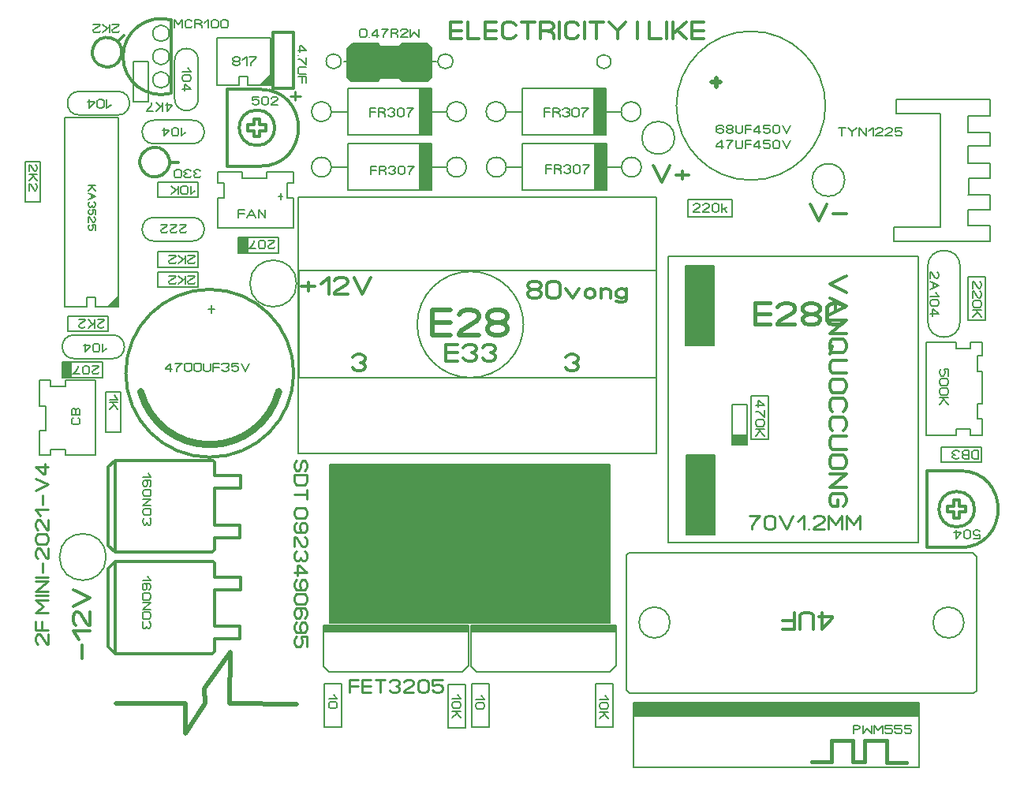
<source format=gbr>
%FSLAX34Y34*%
%MOMM*%
%LNCOPPER_BOTTOM*%
G71*
G01*
%ADD10C, 0.20*%
%ADD11C, 0.32*%
%ADD12C, 0.16*%
%ADD13C, 0.41*%
%ADD14C, 0.48*%
%ADD15C, 0.30*%
%ADD16C, 0.24*%
%ADD17C, 0.15*%
%ADD18C, 0.25*%
%ADD19C, 0.50*%
%ADD20C, 0.80*%
%ADD21C, 0.17*%
%ADD22C, 0.13*%
%ADD23C, 0.00*%
%ADD24C, 0.22*%
%ADD25C, 0.40*%
%LPD*%
G54D10*
X339172Y-481928D02*
X639172Y-481928D01*
X639172Y-651928D01*
X339172Y-651928D01*
X339172Y-481928D01*
G54D10*
X415647Y-652000D02*
X415647Y-648428D01*
G54D10*
X562094Y-652000D02*
X562094Y-648428D01*
G54D10*
G75*
G01X986676Y-651794D02*
G03X986676Y-651794I16500J0D01*
G01*
G54D10*
G75*
G01X671176Y-651795D02*
G03X671176Y-651795I16500J0D01*
G01*
G54D11*
X867896Y-640850D02*
X867896Y-658628D01*
X878563Y-647516D01*
X878563Y-645294D01*
X864340Y-645294D01*
G54D11*
X858119Y-658628D02*
X858119Y-644184D01*
X856341Y-641961D01*
X852786Y-640850D01*
X849230Y-640850D01*
X845674Y-641961D01*
X843896Y-644184D01*
X843896Y-658628D01*
G54D11*
X837675Y-640850D02*
X837675Y-658628D01*
X825230Y-658628D01*
G54D11*
X837675Y-649739D02*
X825230Y-649739D01*
G54D10*
X1030176Y-727794D02*
X1033176Y-724794D01*
X1033176Y-581294D01*
X1029176Y-577294D01*
X660176Y-577294D01*
X657676Y-579794D01*
X657676Y-724294D01*
X661176Y-727794D01*
X1030176Y-727794D01*
G54D10*
X27744Y-391632D02*
X27744Y-419809D01*
X34491Y-419810D01*
X34491Y-446003D01*
X27744Y-446003D01*
X27744Y-472197D01*
X39650Y-472197D01*
X39650Y-465847D01*
X55525Y-465847D01*
X55526Y-472196D01*
X88069Y-472197D01*
X88069Y-391632D01*
X55525Y-391632D01*
X55525Y-397982D01*
X39650Y-397982D01*
X39650Y-391632D01*
X27744Y-391632D01*
G54D10*
X305066Y-469850D02*
X305066Y-194850D01*
X690066Y-194850D01*
X690066Y-469850D01*
X305066Y-469850D01*
G54D10*
X306066Y-388850D02*
X306066Y-273850D01*
X690066Y-273850D01*
X690066Y-388850D01*
X306066Y-388850D01*
G54D10*
G75*
G01X490066Y-274850D02*
G03X490066Y-274850I0J-57000D01*
G01*
G54D10*
G75*
G01X303525Y-287759D02*
G03X303525Y-287759I-25000J0D01*
G01*
G54D10*
G75*
G01X709228Y-131381D02*
G03X709228Y-131381I-17500J0D01*
G01*
G54D12*
X983852Y-282542D02*
X983852Y-275431D01*
X984408Y-275431D01*
X985520Y-276320D01*
X988852Y-281654D01*
X989964Y-282542D01*
X991075Y-282542D01*
X992186Y-281654D01*
X992742Y-279876D01*
X992742Y-278098D01*
X992186Y-276320D01*
X991075Y-275431D01*
G54D12*
X983852Y-285653D02*
X992742Y-290098D01*
X983852Y-294542D01*
G54D12*
X987186Y-287431D02*
X987186Y-292764D01*
G54D12*
X989408Y-297653D02*
X992742Y-302098D01*
X983852Y-302098D01*
G54D12*
X991075Y-312319D02*
X985520Y-312319D01*
X984408Y-311430D01*
X983852Y-309652D01*
X983852Y-307875D01*
X984408Y-306097D01*
X985520Y-305208D01*
X991075Y-305208D01*
X992186Y-306097D01*
X992742Y-307875D01*
X992742Y-309652D01*
X992186Y-311430D01*
X991075Y-312319D01*
G54D12*
X983852Y-320764D02*
X992742Y-320764D01*
X987186Y-315430D01*
X986075Y-315430D01*
X986075Y-322541D01*
G54D12*
X761571Y-119381D02*
X760682Y-118270D01*
X758904Y-117714D01*
X757126Y-117714D01*
X755348Y-118270D01*
X754460Y-119381D01*
X754460Y-122158D01*
X754460Y-122714D01*
X757126Y-121603D01*
X758904Y-121603D01*
X760682Y-122158D01*
X761571Y-123270D01*
X761571Y-124936D01*
X760682Y-126048D01*
X758904Y-126603D01*
X757126Y-126603D01*
X755348Y-126048D01*
X754460Y-124936D01*
X754460Y-122158D01*
G54D12*
X769126Y-122158D02*
X767348Y-122158D01*
X765570Y-121603D01*
X764682Y-120492D01*
X764682Y-119381D01*
X765570Y-118270D01*
X767348Y-117714D01*
X769126Y-117714D01*
X770904Y-118270D01*
X771793Y-119381D01*
X771793Y-120492D01*
X770904Y-121603D01*
X769126Y-122158D01*
X770904Y-122714D01*
X771793Y-123825D01*
X771793Y-124936D01*
X770904Y-126048D01*
X769126Y-126603D01*
X767348Y-126603D01*
X765570Y-126048D01*
X764682Y-124936D01*
X764682Y-123825D01*
X765570Y-122714D01*
X767348Y-122158D01*
G54D12*
X774904Y-117714D02*
X774904Y-124936D01*
X775792Y-126048D01*
X777570Y-126603D01*
X779348Y-126603D01*
X781126Y-126048D01*
X782015Y-124936D01*
X782015Y-117714D01*
G54D12*
X785126Y-126603D02*
X785126Y-117714D01*
X791348Y-117714D01*
G54D12*
X785126Y-122158D02*
X791348Y-122158D01*
G54D12*
X799792Y-126603D02*
X799792Y-117714D01*
X794459Y-123270D01*
X794459Y-124381D01*
X801570Y-124381D01*
G54D12*
X811792Y-117714D02*
X804681Y-117714D01*
X804681Y-121603D01*
X805570Y-121603D01*
X807348Y-121048D01*
X809125Y-121048D01*
X810903Y-121603D01*
X811792Y-122714D01*
X811792Y-124936D01*
X810903Y-126048D01*
X809125Y-126603D01*
X807348Y-126603D01*
X805570Y-126048D01*
X804681Y-124936D01*
G54D12*
X822014Y-119381D02*
X822014Y-124936D01*
X821125Y-126048D01*
X819348Y-126603D01*
X817570Y-126603D01*
X815792Y-126048D01*
X814903Y-124936D01*
X814903Y-119381D01*
X815792Y-118270D01*
X817570Y-117714D01*
X819348Y-117714D01*
X821125Y-118270D01*
X822014Y-119381D01*
G54D12*
X825125Y-117714D02*
X829570Y-126603D01*
X834014Y-117714D01*
G54D12*
X69328Y-432059D02*
X70438Y-432948D01*
X70994Y-434726D01*
X70994Y-436504D01*
X70438Y-438281D01*
X69328Y-439170D01*
X63772Y-439170D01*
X62660Y-438281D01*
X62105Y-436504D01*
X62105Y-434726D01*
X62661Y-432948D01*
X63772Y-432059D01*
G54D12*
X70994Y-428948D02*
X62105Y-428948D01*
X62105Y-424504D01*
X62660Y-422726D01*
X63772Y-421837D01*
X64883Y-421837D01*
X65994Y-422726D01*
X66550Y-424504D01*
X67105Y-422726D01*
X68216Y-421837D01*
X69328Y-421837D01*
X70438Y-422726D01*
X70994Y-424504D01*
X70994Y-428948D01*
G54D12*
X66550Y-428948D02*
X66550Y-424504D01*
G54D11*
X309030Y-291148D02*
X323252Y-291148D01*
G54D11*
X316140Y-286704D02*
X316140Y-295592D01*
G54D11*
X329474Y-287814D02*
X338362Y-281148D01*
X338362Y-298926D01*
G54D11*
X358806Y-298926D02*
X344584Y-298926D01*
X344584Y-297814D01*
X346362Y-295592D01*
X357029Y-288926D01*
X358806Y-286704D01*
X358806Y-284482D01*
X357029Y-282259D01*
X353474Y-281148D01*
X349918Y-281148D01*
X346362Y-282259D01*
X344584Y-284482D01*
G54D11*
X365028Y-281148D02*
X373918Y-298926D01*
X382806Y-281148D01*
G54D12*
X168449Y-382190D02*
X168449Y-373302D01*
X163116Y-378857D01*
X163116Y-379968D01*
X170227Y-379968D01*
G54D12*
X173338Y-373302D02*
X180449Y-373302D01*
X179560Y-374413D01*
X177782Y-376079D01*
X176004Y-378302D01*
X175116Y-379968D01*
X175116Y-382190D01*
G54D12*
X190671Y-374968D02*
X190671Y-380524D01*
X189782Y-381635D01*
X188004Y-382190D01*
X186226Y-382190D01*
X184448Y-381635D01*
X183560Y-380524D01*
X183560Y-374968D01*
X184448Y-373857D01*
X186226Y-373302D01*
X188004Y-373302D01*
X189782Y-373857D01*
X190671Y-374968D01*
G54D12*
X200893Y-374968D02*
X200893Y-380524D01*
X200004Y-381635D01*
X198226Y-382190D01*
X196448Y-382190D01*
X194670Y-381635D01*
X193782Y-380524D01*
X193782Y-374968D01*
X194670Y-373857D01*
X196448Y-373302D01*
X198226Y-373302D01*
X200004Y-373857D01*
X200893Y-374968D01*
G54D12*
X204004Y-373302D02*
X204004Y-380524D01*
X204892Y-381635D01*
X206670Y-382190D01*
X208448Y-382190D01*
X210226Y-381635D01*
X211115Y-380524D01*
X211115Y-373302D01*
G54D12*
X214226Y-382190D02*
X214226Y-373302D01*
X220448Y-373302D01*
G54D12*
X214226Y-377746D02*
X220448Y-377746D01*
G54D12*
X223559Y-374968D02*
X224448Y-373857D01*
X226226Y-373302D01*
X228003Y-373302D01*
X229781Y-373857D01*
X230670Y-374968D01*
X230670Y-376079D01*
X229781Y-377190D01*
X228003Y-377746D01*
X229781Y-378302D01*
X230670Y-379413D01*
X230670Y-380524D01*
X229781Y-381635D01*
X228003Y-382190D01*
X226226Y-382190D01*
X224448Y-381635D01*
X223559Y-380524D01*
G54D12*
X240892Y-373302D02*
X233781Y-373302D01*
X233781Y-377190D01*
X234670Y-377190D01*
X236448Y-376635D01*
X238225Y-376635D01*
X240003Y-377190D01*
X240892Y-378302D01*
X240892Y-380524D01*
X240003Y-381635D01*
X238225Y-382190D01*
X236448Y-382190D01*
X234670Y-381635D01*
X233781Y-380524D01*
G54D12*
X244003Y-373302D02*
X248447Y-382190D01*
X252892Y-373302D01*
G54D12*
X440135Y-572690D02*
X440135Y-563802D01*
X447246Y-572690D01*
X447246Y-563802D01*
G54D12*
X450357Y-572690D02*
X450357Y-563802D01*
G54D12*
X457468Y-572690D02*
X457468Y-563802D01*
G54D12*
X450357Y-568246D02*
X457468Y-568246D01*
G54D12*
X467690Y-565468D02*
X467690Y-571024D01*
X466801Y-572135D01*
X465023Y-572690D01*
X463245Y-572690D01*
X461467Y-572135D01*
X460579Y-571024D01*
X460579Y-565468D01*
X461467Y-564358D01*
X463245Y-563802D01*
X465023Y-563802D01*
X466801Y-564358D01*
X467690Y-565468D01*
G54D12*
X470801Y-572690D02*
X470801Y-563802D01*
X475245Y-569358D01*
X479689Y-563802D01*
X479689Y-572690D01*
G54D12*
X489645Y-572690D02*
X489645Y-563802D01*
G54D12*
X486090Y-563802D02*
X493201Y-563802D01*
G54D12*
X499867Y-568246D02*
X503423Y-568246D01*
X503423Y-571024D01*
X502534Y-572135D01*
X500756Y-572690D01*
X498978Y-572690D01*
X497200Y-572135D01*
X496312Y-571024D01*
X496312Y-565468D01*
X497200Y-564358D01*
X498978Y-563802D01*
X500756Y-563802D01*
X502534Y-564358D01*
X503423Y-565468D01*
G54D12*
X506534Y-567135D02*
X510978Y-563802D01*
X510978Y-572690D01*
G54D12*
X521200Y-565468D02*
X521200Y-571024D01*
X520311Y-572135D01*
X518533Y-572690D01*
X516755Y-572690D01*
X514977Y-572135D01*
X514089Y-571024D01*
X514089Y-565468D01*
X514977Y-564358D01*
X516755Y-563802D01*
X518533Y-563802D01*
X520311Y-564358D01*
X521200Y-565468D01*
G54D12*
X531422Y-565468D02*
X531422Y-571024D01*
X530533Y-572135D01*
X528755Y-572690D01*
X526977Y-572690D01*
X525199Y-572135D01*
X524311Y-571024D01*
X524311Y-565468D01*
X525199Y-564358D01*
X526977Y-563802D01*
X528755Y-563802D01*
X530533Y-564358D01*
X531422Y-565468D01*
G54D12*
X541644Y-565468D02*
X541644Y-571024D01*
X540755Y-572135D01*
X538977Y-572690D01*
X537199Y-572690D01*
X535421Y-572135D01*
X534533Y-571024D01*
X534533Y-565468D01*
X535421Y-564358D01*
X537199Y-563802D01*
X538977Y-563802D01*
X540755Y-564358D01*
X541644Y-565468D01*
G54D12*
X476250Y-729060D02*
X479582Y-733504D01*
X470694Y-733504D01*
G54D12*
X477916Y-743726D02*
X472360Y-743726D01*
X471250Y-742837D01*
X470694Y-741059D01*
X470694Y-739282D01*
X471250Y-737504D01*
X472360Y-736615D01*
X477916Y-736615D01*
X479027Y-737504D01*
X479582Y-739282D01*
X479582Y-741059D01*
X479027Y-742837D01*
X477916Y-743726D01*
G54D12*
X470694Y-746837D02*
X479582Y-746837D01*
G54D12*
X473472Y-746837D02*
X479582Y-753948D01*
G54D12*
X475138Y-749504D02*
X470694Y-753948D01*
G54D11*
X855182Y-202567D02*
X864071Y-220344D01*
X872960Y-202567D01*
G54D11*
X879182Y-212567D02*
X893404Y-212567D01*
G54D12*
X888984Y-129381D02*
X888984Y-120492D01*
G54D12*
X885428Y-120492D02*
X892539Y-120492D01*
G54D12*
X895650Y-120492D02*
X900095Y-124936D01*
X900095Y-129381D01*
G54D12*
X900095Y-124936D02*
X904539Y-120492D01*
G54D12*
X907650Y-129381D02*
X907650Y-120492D01*
X914761Y-129381D01*
X914761Y-120492D01*
G54D12*
X917872Y-123826D02*
X922317Y-120492D01*
X922317Y-129381D01*
G54D12*
X932538Y-129381D02*
X925427Y-129381D01*
X925427Y-128826D01*
X926316Y-127714D01*
X931649Y-124381D01*
X932538Y-123270D01*
X932538Y-122159D01*
X931649Y-121048D01*
X929872Y-120492D01*
X928094Y-120492D01*
X926316Y-121048D01*
X925427Y-122159D01*
G54D12*
X942760Y-129381D02*
X935649Y-129381D01*
X935649Y-128826D01*
X936538Y-127714D01*
X941871Y-124381D01*
X942760Y-123270D01*
X942760Y-122159D01*
X941871Y-121048D01*
X940094Y-120492D01*
X938316Y-120492D01*
X936538Y-121048D01*
X935649Y-122159D01*
G54D12*
X952983Y-120492D02*
X945871Y-120492D01*
X945871Y-124381D01*
X946760Y-124381D01*
X948538Y-123826D01*
X950316Y-123826D01*
X952094Y-124381D01*
X952983Y-125492D01*
X952983Y-127714D01*
X952094Y-128826D01*
X950316Y-129381D01*
X948538Y-129381D01*
X946760Y-128826D01*
X945871Y-127714D01*
G54D13*
X811515Y-331788D02*
X795337Y-331788D01*
X795337Y-308676D01*
X811515Y-308676D01*
G54D13*
X795337Y-320232D02*
X811515Y-320232D01*
G54D13*
X838093Y-331788D02*
X819604Y-331788D01*
X819604Y-330343D01*
X821915Y-327454D01*
X835782Y-318788D01*
X838093Y-315898D01*
X838093Y-313010D01*
X835782Y-310120D01*
X831160Y-308676D01*
X826537Y-308676D01*
X821915Y-310120D01*
X819604Y-313010D01*
G54D13*
X857738Y-320232D02*
X853115Y-320232D01*
X848493Y-318788D01*
X846182Y-315898D01*
X846182Y-313010D01*
X848493Y-310120D01*
X853115Y-308676D01*
X857738Y-308676D01*
X862360Y-310120D01*
X864671Y-313010D01*
X864671Y-315898D01*
X862360Y-318788D01*
X857738Y-320232D01*
X862360Y-321676D01*
X864671Y-324565D01*
X864671Y-327454D01*
X862360Y-330343D01*
X857738Y-331788D01*
X853115Y-331788D01*
X848493Y-330343D01*
X846182Y-327454D01*
X846182Y-324565D01*
X848493Y-321676D01*
X853115Y-320232D01*
G54D13*
X891249Y-327454D02*
X888938Y-330343D01*
X884316Y-331788D01*
X879693Y-331788D01*
X875071Y-330343D01*
X872760Y-327454D01*
X872760Y-313010D01*
X875071Y-310120D01*
X879693Y-308676D01*
X884316Y-308676D01*
X888938Y-310120D01*
X891249Y-313010D01*
G54D14*
X468326Y-342900D02*
X449659Y-342900D01*
X449659Y-316234D01*
X468326Y-316234D01*
G54D14*
X449659Y-329566D02*
X468326Y-329566D01*
G54D14*
X498993Y-342900D02*
X477659Y-342900D01*
X477659Y-341234D01*
X480326Y-337900D01*
X496326Y-327900D01*
X498993Y-324566D01*
X498993Y-321234D01*
X496326Y-317900D01*
X490993Y-316234D01*
X485659Y-316234D01*
X480326Y-317900D01*
X477659Y-321234D01*
G54D14*
X521659Y-329566D02*
X516325Y-329566D01*
X510992Y-327900D01*
X508325Y-324566D01*
X508325Y-321234D01*
X510992Y-317900D01*
X516325Y-316234D01*
X521659Y-316234D01*
X526992Y-317900D01*
X529659Y-321234D01*
X529659Y-324566D01*
X526992Y-327900D01*
X521659Y-329566D01*
X526992Y-331234D01*
X529659Y-334566D01*
X529659Y-337900D01*
X526992Y-341234D01*
X521659Y-342900D01*
X516325Y-342900D01*
X510992Y-341234D01*
X508325Y-337900D01*
X508325Y-334566D01*
X510992Y-331234D01*
X516325Y-329566D01*
G54D15*
X229305Y-126929D02*
X229305Y-82479D01*
G54D15*
G75*
G01X264230Y-161854D02*
G03X264230Y-79304I0J41275D01*
G01*
G54D15*
X264230Y-79304D02*
X229305Y-79304D01*
X229305Y-82479D01*
G54D15*
X229305Y-126929D02*
X229305Y-161854D01*
X264230Y-161854D01*
G54D15*
G75*
G01X261054Y-101529D02*
G03X261054Y-101529I0J-19050D01*
G01*
G54D15*
X251530Y-123754D02*
X257880Y-123754D01*
X257880Y-130104D01*
X264230Y-130104D01*
X264230Y-123754D01*
X270580Y-123754D01*
X270580Y-117404D01*
X264230Y-117404D01*
X264230Y-111054D01*
X257880Y-111054D01*
X257880Y-117404D01*
X251530Y-117404D01*
X251530Y-123754D01*
G54D11*
X686511Y-161292D02*
X695400Y-179070D01*
X704289Y-161292D01*
G54D11*
X710511Y-171292D02*
X724734Y-171292D01*
G54D11*
X717622Y-166847D02*
X717622Y-175736D01*
G54D12*
X84019Y-376140D02*
X91130Y-376140D01*
X91130Y-376695D01*
X90241Y-377806D01*
X84908Y-381140D01*
X84020Y-382250D01*
X84019Y-383362D01*
X84908Y-384472D01*
X86686Y-385028D01*
X88464Y-385028D01*
X90241Y-384472D01*
X91130Y-383362D01*
G54D12*
X73797Y-383362D02*
X73797Y-377806D01*
X74686Y-376695D01*
X76464Y-376139D01*
X78241Y-376139D01*
X80019Y-376695D01*
X80908Y-377806D01*
X80908Y-383362D01*
X80019Y-384472D01*
X78241Y-385028D01*
X76464Y-385028D01*
X74686Y-384472D01*
X73797Y-383362D01*
G54D12*
X70686Y-385028D02*
X63575Y-385028D01*
X64464Y-383917D01*
X66242Y-382250D01*
X68019Y-380028D01*
X68908Y-378362D01*
X68908Y-376140D01*
G54D16*
X303844Y-478120D02*
X302178Y-479453D01*
X301344Y-482120D01*
X301344Y-484786D01*
X302178Y-487453D01*
X303844Y-488786D01*
X305511Y-488786D01*
X307178Y-487453D01*
X308011Y-484786D01*
X308011Y-482120D01*
X308844Y-479453D01*
X310511Y-478120D01*
X312178Y-478120D01*
X313844Y-479454D01*
X314678Y-482120D01*
X314678Y-484786D01*
X313844Y-487453D01*
X312178Y-488786D01*
G54D16*
X301344Y-493454D02*
X314678Y-493454D01*
X314678Y-500120D01*
X313844Y-502787D01*
X312178Y-504120D01*
X303844Y-504120D01*
X302178Y-502787D01*
X301344Y-500120D01*
X301344Y-493454D01*
G54D16*
X301344Y-514122D02*
X314678Y-514121D01*
G54D16*
X314678Y-508788D02*
X314678Y-519454D01*
G54D16*
X312178Y-539722D02*
X303844Y-539722D01*
X302178Y-538389D01*
X301344Y-535722D01*
X301344Y-533056D01*
X302178Y-530389D01*
X303844Y-529056D01*
X312177Y-529056D01*
X313844Y-530389D01*
X314678Y-533056D01*
X314678Y-535722D01*
X313844Y-538389D01*
X312178Y-539722D01*
G54D16*
X303844Y-544390D02*
X302178Y-545723D01*
X301344Y-548390D01*
X301344Y-551056D01*
X302178Y-553724D01*
X303844Y-555056D01*
X308011Y-555056D01*
X308844Y-555056D01*
X307178Y-551056D01*
X307178Y-548390D01*
X308010Y-545723D01*
X309678Y-544390D01*
X312178Y-544390D01*
X313844Y-545724D01*
X314678Y-548390D01*
X314678Y-551056D01*
X313844Y-553723D01*
X312178Y-555056D01*
X308011Y-555056D01*
G54D16*
X301344Y-570390D02*
X301344Y-559724D01*
X302178Y-559724D01*
X303844Y-561057D01*
X308844Y-569058D01*
X310511Y-570390D01*
X312178Y-570390D01*
X313844Y-569057D01*
X314678Y-566390D01*
X314678Y-563724D01*
X313844Y-561057D01*
X312178Y-559724D01*
G54D16*
X312178Y-575058D02*
X313844Y-576391D01*
X314678Y-579058D01*
X314678Y-581724D01*
X313844Y-584391D01*
X312178Y-585724D01*
X310511Y-585724D01*
X308844Y-584391D01*
X308010Y-581724D01*
X307178Y-584391D01*
X305511Y-585724D01*
X303844Y-585724D01*
X302178Y-584391D01*
X301344Y-581724D01*
X301344Y-579058D01*
X302178Y-576391D01*
X303844Y-575058D01*
G54D16*
X301344Y-598392D02*
X314678Y-598392D01*
X306344Y-590392D01*
X304678Y-590392D01*
X304678Y-601058D01*
G54D16*
X303844Y-605726D02*
X302178Y-607059D01*
X301344Y-609726D01*
X301344Y-612392D01*
X302178Y-615059D01*
X303844Y-616393D01*
X308010Y-616392D01*
X308844Y-616392D01*
X307178Y-612392D01*
X307178Y-609726D01*
X308010Y-607059D01*
X309678Y-605726D01*
X312178Y-605726D01*
X313844Y-607059D01*
X314678Y-609726D01*
X314678Y-612392D01*
X313844Y-615059D01*
X312178Y-616392D01*
X308010Y-616392D01*
G54D16*
X312178Y-631726D02*
X303844Y-631726D01*
X302178Y-630393D01*
X301344Y-627726D01*
X301344Y-625060D01*
X302178Y-622393D01*
X303844Y-621060D01*
X312178Y-621060D01*
X313844Y-622393D01*
X314678Y-625060D01*
X314678Y-627726D01*
X313844Y-630393D01*
X312178Y-631726D01*
G54D16*
X312178Y-647060D02*
X313844Y-645727D01*
X314678Y-643060D01*
X314678Y-640394D01*
X313844Y-637727D01*
X312178Y-636394D01*
X308011Y-636394D01*
X307178Y-636394D01*
X308844Y-640394D01*
X308844Y-643060D01*
X308010Y-645727D01*
X306344Y-647060D01*
X303844Y-647060D01*
X302178Y-645727D01*
X301344Y-643060D01*
X301344Y-640394D01*
X302178Y-637727D01*
X303844Y-636394D01*
X308011Y-636394D01*
G54D16*
X303844Y-651728D02*
X302178Y-653061D01*
X301344Y-655728D01*
X301344Y-658394D01*
X302178Y-661061D01*
X303844Y-662394D01*
X308010Y-662394D01*
X308844Y-662394D01*
X307178Y-658394D01*
X307178Y-655728D01*
X308011Y-653061D01*
X309678Y-651728D01*
X312178Y-651728D01*
X313844Y-653062D01*
X314678Y-655728D01*
X314678Y-658394D01*
X313844Y-661062D01*
X312177Y-662394D01*
X308010Y-662394D01*
G54D16*
X314678Y-677728D02*
X314678Y-667062D01*
X308844Y-667062D01*
X308844Y-668395D01*
X309678Y-671062D01*
X309678Y-673728D01*
X308844Y-676395D01*
X307178Y-677728D01*
X303844Y-677728D01*
X302178Y-676395D01*
X301344Y-673728D01*
X301344Y-671062D01*
X302178Y-668395D01*
X303844Y-667062D01*
G54D11*
X893376Y-279339D02*
X875599Y-288229D01*
X893376Y-297117D01*
G54D11*
X875599Y-303339D02*
X893376Y-312228D01*
X875599Y-321117D01*
G54D11*
X882265Y-306895D02*
X882265Y-317562D01*
G54D11*
X875598Y-327340D02*
X893376Y-327340D01*
X875599Y-341562D01*
X893376Y-341562D01*
G54D11*
X878932Y-354895D02*
X875599Y-363784D01*
G54D11*
X890044Y-362006D02*
X878932Y-362006D01*
X876710Y-360228D01*
X875598Y-356673D01*
X875598Y-353117D01*
X876710Y-349561D01*
X878932Y-347784D01*
X890044Y-347784D01*
X892265Y-349561D01*
X893376Y-353117D01*
X893376Y-356672D01*
X892266Y-360228D01*
X890044Y-362006D01*
G54D11*
X893376Y-370005D02*
X878932Y-370005D01*
X876710Y-371783D01*
X875599Y-375339D01*
X875599Y-378894D01*
X876710Y-382450D01*
X878932Y-384228D01*
X893376Y-384228D01*
G54D11*
X890044Y-404672D02*
X878932Y-404672D01*
X876709Y-402894D01*
X875598Y-399338D01*
X875599Y-395783D01*
X876710Y-392227D01*
X878932Y-390450D01*
X890043Y-390449D01*
X892266Y-392227D01*
X893376Y-395783D01*
X893376Y-399338D01*
X892266Y-402894D01*
X890044Y-404672D01*
G54D11*
X878932Y-425116D02*
X876709Y-423338D01*
X875599Y-419783D01*
X875599Y-416227D01*
X876710Y-412671D01*
X878932Y-410893D01*
X890043Y-410894D01*
X892265Y-412671D01*
X893376Y-416227D01*
X893376Y-419783D01*
X892266Y-423338D01*
X890043Y-425116D01*
G54D11*
X878932Y-445560D02*
X876710Y-443782D01*
X875599Y-440226D01*
X875598Y-436671D01*
X876710Y-433115D01*
X878932Y-431337D01*
X890043Y-431338D01*
X892266Y-433116D01*
X893376Y-436671D01*
X893376Y-440226D01*
X892266Y-443782D01*
X890044Y-445560D01*
G54D11*
X893376Y-451782D02*
X878932Y-451782D01*
X876709Y-453559D01*
X875599Y-457115D01*
X875599Y-460670D01*
X876710Y-464226D01*
X878932Y-466004D01*
X893376Y-466004D01*
G54D11*
X890043Y-486448D02*
X878932Y-486448D01*
X876710Y-484670D01*
X875599Y-481114D01*
X875599Y-477559D01*
X876710Y-474004D01*
X878932Y-472226D01*
X890043Y-472226D01*
X892266Y-474003D01*
X893376Y-477559D01*
X893376Y-481114D01*
X892266Y-484670D01*
X890043Y-486448D01*
G54D11*
X875599Y-492669D02*
X893376Y-492670D01*
X875599Y-506892D01*
X893376Y-506892D01*
G54D11*
X884488Y-520225D02*
X884488Y-527336D01*
X878932Y-527336D01*
X876710Y-525558D01*
X875599Y-522002D01*
X875599Y-518447D01*
X876710Y-514891D01*
X878932Y-513114D01*
X890043Y-513114D01*
X892266Y-514891D01*
X893376Y-518447D01*
X893376Y-522002D01*
X892266Y-525558D01*
X890044Y-527336D01*
G36*
X338931Y-481806D02*
X639366Y-481806D01*
X639366Y-652066D01*
X338931Y-652066D01*
X338931Y-481806D01*
G37*
G54D17*
X338931Y-481806D02*
X639366Y-481806D01*
X639366Y-652066D01*
X338931Y-652066D01*
X338931Y-481806D01*
G54D12*
X263096Y-87155D02*
X255984Y-87155D01*
X255984Y-91044D01*
X256874Y-91044D01*
X258652Y-90488D01*
X260429Y-90488D01*
X262207Y-91044D01*
X263096Y-92155D01*
X263096Y-94377D01*
X262207Y-95488D01*
X260429Y-96044D01*
X258652Y-96044D01*
X256874Y-95488D01*
X255984Y-94377D01*
G54D12*
X273318Y-88822D02*
X273318Y-94377D01*
X272429Y-95488D01*
X270651Y-96044D01*
X268874Y-96044D01*
X267096Y-95488D01*
X266206Y-94377D01*
X266206Y-88822D01*
X267096Y-87710D01*
X268874Y-87155D01*
X270651Y-87155D01*
X272429Y-87710D01*
X273318Y-88822D01*
G54D12*
X283540Y-96044D02*
X276428Y-96044D01*
X276428Y-95488D01*
X277318Y-94377D01*
X282651Y-91044D01*
X283540Y-89932D01*
X283540Y-88822D01*
X282651Y-87710D01*
X280873Y-87155D01*
X279096Y-87155D01*
X277318Y-87710D01*
X276428Y-88822D01*
G54D11*
X363383Y-367190D02*
X365161Y-364968D01*
X368716Y-363856D01*
X372272Y-363856D01*
X375828Y-364968D01*
X377606Y-367190D01*
X377606Y-369412D01*
X375828Y-371634D01*
X372272Y-372746D01*
X375828Y-373856D01*
X377606Y-376079D01*
X377606Y-378301D01*
X375828Y-380523D01*
X372272Y-381634D01*
X368716Y-381634D01*
X365161Y-380523D01*
X363383Y-378301D01*
G54D11*
X591983Y-367190D02*
X593760Y-364968D01*
X597316Y-363856D01*
X600872Y-363856D01*
X604427Y-364968D01*
X606205Y-367190D01*
X606205Y-369412D01*
X604427Y-371634D01*
X600872Y-372746D01*
X604427Y-373856D01*
X606205Y-376079D01*
X606205Y-378301D01*
X604427Y-380523D01*
X600872Y-381634D01*
X597316Y-381634D01*
X593760Y-380523D01*
X591983Y-378301D01*
G54D11*
X560692Y-294482D02*
X557136Y-294482D01*
X553580Y-293371D01*
X551802Y-291148D01*
X551802Y-288926D01*
X553580Y-286704D01*
X557136Y-285593D01*
X560692Y-285593D01*
X564247Y-286704D01*
X566025Y-288926D01*
X566025Y-291148D01*
X564247Y-293371D01*
X560692Y-294482D01*
X564247Y-295593D01*
X566025Y-297815D01*
X566025Y-300038D01*
X564247Y-302260D01*
X560692Y-303371D01*
X557136Y-303371D01*
X553580Y-302260D01*
X551802Y-300038D01*
X551802Y-297815D01*
X553580Y-295593D01*
X557136Y-294482D01*
G54D11*
X586469Y-288926D02*
X586469Y-300038D01*
X584691Y-302260D01*
X581136Y-303371D01*
X577580Y-303371D01*
X574024Y-302260D01*
X572246Y-300038D01*
X572246Y-288926D01*
X574024Y-286704D01*
X577580Y-285593D01*
X581136Y-285593D01*
X584691Y-286704D01*
X586469Y-288926D01*
G54D11*
X592690Y-293371D02*
X599802Y-303371D01*
X606913Y-293371D01*
G54D11*
X623801Y-300704D02*
X623801Y-296260D01*
X622024Y-294038D01*
X618468Y-293371D01*
X614912Y-294038D01*
X613134Y-296260D01*
X613134Y-300704D01*
X614912Y-302926D01*
X618468Y-303371D01*
X622024Y-302926D01*
X623801Y-300704D01*
G54D11*
X630024Y-303371D02*
X630024Y-293371D01*
G54D11*
X630024Y-295593D02*
X631801Y-294038D01*
X635357Y-293371D01*
X638912Y-294038D01*
X640690Y-295593D01*
X640690Y-303371D01*
G54D11*
X646912Y-306704D02*
X650468Y-307815D01*
X652957Y-307815D01*
X656512Y-306704D01*
X657579Y-304482D01*
X657579Y-293371D01*
G54D11*
X657579Y-296260D02*
X655802Y-294038D01*
X652246Y-293371D01*
X648690Y-294038D01*
X646912Y-296260D01*
X646912Y-300704D01*
X648690Y-302926D01*
X652246Y-303371D01*
X655802Y-302926D01*
X657579Y-300704D01*
G54D11*
X476391Y-371078D02*
X463947Y-371078D01*
X463947Y-353300D01*
X476391Y-353300D01*
G54D11*
X463947Y-362189D02*
X476391Y-362189D01*
G54D11*
X482613Y-356634D02*
X484391Y-354412D01*
X487946Y-353300D01*
X491502Y-353300D01*
X495057Y-354412D01*
X496835Y-356634D01*
X496835Y-358856D01*
X495057Y-361078D01*
X491502Y-362189D01*
X495057Y-363300D01*
X496835Y-365522D01*
X496835Y-367744D01*
X495057Y-369967D01*
X491502Y-371078D01*
X487946Y-371078D01*
X484391Y-369967D01*
X482613Y-367744D01*
G54D11*
X503057Y-356634D02*
X504835Y-354412D01*
X508390Y-353300D01*
X511946Y-353300D01*
X515501Y-354412D01*
X517279Y-356634D01*
X517279Y-358856D01*
X515501Y-361078D01*
X511946Y-362189D01*
X515501Y-363300D01*
X517279Y-365522D01*
X517279Y-367744D01*
X515501Y-369967D01*
X511946Y-371078D01*
X508390Y-371078D01*
X504835Y-369967D01*
X503057Y-367744D01*
G54D12*
X759792Y-142875D02*
X759792Y-133986D01*
X754460Y-139542D01*
X754460Y-140652D01*
X761570Y-140652D01*
G54D12*
X764682Y-133986D02*
X771792Y-133986D01*
X770904Y-135097D01*
X769126Y-136764D01*
X767348Y-138986D01*
X766459Y-140652D01*
X766459Y-142875D01*
G54D12*
X774904Y-133986D02*
X774904Y-141208D01*
X775792Y-142320D01*
X777570Y-142875D01*
X779348Y-142875D01*
X781126Y-142320D01*
X782014Y-141208D01*
X782014Y-133986D01*
G54D12*
X785126Y-142875D02*
X785126Y-133986D01*
X791348Y-133986D01*
G54D12*
X785126Y-138430D02*
X791348Y-138430D01*
G54D12*
X799792Y-142875D02*
X799792Y-133986D01*
X794458Y-139542D01*
X794458Y-140652D01*
X801570Y-140652D01*
G54D12*
X811792Y-133986D02*
X804680Y-133986D01*
X804680Y-137875D01*
X805569Y-137875D01*
X807347Y-137320D01*
X809125Y-137320D01*
X810902Y-137875D01*
X811792Y-138986D01*
X811792Y-141208D01*
X810902Y-142320D01*
X809125Y-142875D01*
X807347Y-142875D01*
X805569Y-142320D01*
X804680Y-141208D01*
G54D12*
X822014Y-135652D02*
X822014Y-141208D01*
X821124Y-142320D01*
X819347Y-142875D01*
X817569Y-142875D01*
X815791Y-142320D01*
X814902Y-141208D01*
X814902Y-135652D01*
X815791Y-134542D01*
X817569Y-133986D01*
X819347Y-133986D01*
X821124Y-134542D01*
X822014Y-135652D01*
G54D12*
X825124Y-133986D02*
X829569Y-142875D01*
X834013Y-133986D01*
G54D12*
X382233Y-108312D02*
X382233Y-99423D01*
X388455Y-99423D01*
G54D12*
X382233Y-103868D02*
X388455Y-103868D01*
G54D12*
X395122Y-103868D02*
X397788Y-104978D01*
X398677Y-106090D01*
X398677Y-108312D01*
G54D12*
X391566Y-108312D02*
X391566Y-99423D01*
X396011Y-99423D01*
X397788Y-99978D01*
X398677Y-101090D01*
X398677Y-102201D01*
X397788Y-103312D01*
X396011Y-103868D01*
X391566Y-103868D01*
G54D12*
X401788Y-101090D02*
X402677Y-99978D01*
X404455Y-99423D01*
X406233Y-99423D01*
X408010Y-99978D01*
X408899Y-101090D01*
X408899Y-102201D01*
X408010Y-103312D01*
X406233Y-103868D01*
X408010Y-104423D01*
X408899Y-105534D01*
X408899Y-106646D01*
X408010Y-107756D01*
X406233Y-108312D01*
X404455Y-108312D01*
X402677Y-107756D01*
X401788Y-106646D01*
G54D12*
X419121Y-101090D02*
X419121Y-106646D01*
X418232Y-107756D01*
X416455Y-108312D01*
X414677Y-108312D01*
X412899Y-107756D01*
X412010Y-106646D01*
X412010Y-101090D01*
X412899Y-99978D01*
X414677Y-99423D01*
X416455Y-99423D01*
X418232Y-99978D01*
X419121Y-101090D01*
G54D12*
X422232Y-99423D02*
X429343Y-99423D01*
X428454Y-100534D01*
X426677Y-102201D01*
X424899Y-104423D01*
X424010Y-106090D01*
X424010Y-108312D01*
G54D12*
X383027Y-170622D02*
X383027Y-161732D01*
X389249Y-161732D01*
G54D12*
X383027Y-166177D02*
X389249Y-166177D01*
G54D12*
X395915Y-166177D02*
X398582Y-167288D01*
X399471Y-168399D01*
X399471Y-170622D01*
G54D12*
X392360Y-170622D02*
X392360Y-161732D01*
X396804Y-161732D01*
X398582Y-162288D01*
X399471Y-163399D01*
X399471Y-164510D01*
X398582Y-165622D01*
X396804Y-166177D01*
X392360Y-166177D01*
G54D12*
X402582Y-163399D02*
X403471Y-162288D01*
X405249Y-161732D01*
X407026Y-161732D01*
X408804Y-162288D01*
X409693Y-163399D01*
X409693Y-164510D01*
X408804Y-165622D01*
X407026Y-166177D01*
X408804Y-166732D01*
X409693Y-167844D01*
X409693Y-168955D01*
X408804Y-170066D01*
X407026Y-170622D01*
X405249Y-170622D01*
X403471Y-170066D01*
X402582Y-168955D01*
G54D12*
X419915Y-163399D02*
X419915Y-168955D01*
X419026Y-170066D01*
X417248Y-170622D01*
X415471Y-170622D01*
X413693Y-170066D01*
X412804Y-168955D01*
X412804Y-163399D01*
X413693Y-162288D01*
X415471Y-161732D01*
X417248Y-161732D01*
X419026Y-162288D01*
X419915Y-163399D01*
G54D12*
X423026Y-161732D02*
X430137Y-161732D01*
X429248Y-162844D01*
X427470Y-164510D01*
X425693Y-166732D01*
X424804Y-168399D01*
X424804Y-170622D01*
G54D12*
X569558Y-108312D02*
X569558Y-99423D01*
X575780Y-99423D01*
G54D12*
X569558Y-103868D02*
X575780Y-103868D01*
G54D12*
X582447Y-103868D02*
X585113Y-104978D01*
X586002Y-106090D01*
X586002Y-108312D01*
G54D12*
X578891Y-108312D02*
X578891Y-99423D01*
X583336Y-99423D01*
X585113Y-99978D01*
X586002Y-101090D01*
X586002Y-102201D01*
X585113Y-103312D01*
X583336Y-103868D01*
X578891Y-103868D01*
G54D12*
X589113Y-101090D02*
X590002Y-99978D01*
X591780Y-99423D01*
X593558Y-99423D01*
X595335Y-99978D01*
X596224Y-101090D01*
X596224Y-102201D01*
X595335Y-103312D01*
X593558Y-103868D01*
X595335Y-104423D01*
X596224Y-105534D01*
X596224Y-106646D01*
X595335Y-107756D01*
X593558Y-108312D01*
X591780Y-108312D01*
X590002Y-107756D01*
X589113Y-106646D01*
G54D12*
X606446Y-101090D02*
X606446Y-106646D01*
X605557Y-107756D01*
X603780Y-108312D01*
X602002Y-108312D01*
X600224Y-107756D01*
X599335Y-106646D01*
X599335Y-101090D01*
X600224Y-99978D01*
X602002Y-99423D01*
X603780Y-99423D01*
X605557Y-99978D01*
X606446Y-101090D01*
G54D12*
X609557Y-99423D02*
X616668Y-99423D01*
X615779Y-100534D01*
X614002Y-102201D01*
X612224Y-104423D01*
X611335Y-106090D01*
X611335Y-108312D01*
G54D12*
X570749Y-169431D02*
X570749Y-160542D01*
X576971Y-160542D01*
G54D12*
X570749Y-164986D02*
X576971Y-164986D01*
G54D12*
X583637Y-164986D02*
X586304Y-166098D01*
X587193Y-167208D01*
X587193Y-169431D01*
G54D12*
X580082Y-169431D02*
X580082Y-160542D01*
X584526Y-160542D01*
X586304Y-161098D01*
X587193Y-162208D01*
X587193Y-163320D01*
X586304Y-164431D01*
X584526Y-164986D01*
X580082Y-164986D01*
G54D12*
X590304Y-162208D02*
X591193Y-161098D01*
X592970Y-160542D01*
X594748Y-160542D01*
X596526Y-161098D01*
X597415Y-162208D01*
X597415Y-163320D01*
X596526Y-164431D01*
X594748Y-164986D01*
X596526Y-165542D01*
X597415Y-166653D01*
X597415Y-167764D01*
X596526Y-168875D01*
X594748Y-169431D01*
X592970Y-169431D01*
X591193Y-168875D01*
X590304Y-167764D01*
G54D12*
X607637Y-162208D02*
X607637Y-167764D01*
X606748Y-168875D01*
X604970Y-169431D01*
X603193Y-169431D01*
X601415Y-168875D01*
X600526Y-167764D01*
X600526Y-162208D01*
X601415Y-161098D01*
X603193Y-160542D01*
X604970Y-160542D01*
X606748Y-161098D01*
X607637Y-162208D01*
G54D12*
X610748Y-160542D02*
X617859Y-160542D01*
X616970Y-161653D01*
X615192Y-163320D01*
X613414Y-165542D01*
X612525Y-167208D01*
X612525Y-169431D01*
G54D18*
X789310Y-537322D02*
X800688Y-537322D01*
X799265Y-539100D01*
X796421Y-541767D01*
X793576Y-545322D01*
X792154Y-547989D01*
X792154Y-551544D01*
G54D18*
X817044Y-539989D02*
X817044Y-548878D01*
X815621Y-550656D01*
X812777Y-551544D01*
X809932Y-551544D01*
X807088Y-550656D01*
X805666Y-548878D01*
X805666Y-539989D01*
X807088Y-538212D01*
X809932Y-537322D01*
X812777Y-537322D01*
X815621Y-538212D01*
X817044Y-539989D01*
G54D18*
X822022Y-537322D02*
X829133Y-551544D01*
X836244Y-537322D01*
G54D18*
X841222Y-542656D02*
X848333Y-537322D01*
X848333Y-551544D01*
G54D18*
X853311Y-551544D02*
X853311Y-551544D01*
G54D18*
X869666Y-551544D02*
X858289Y-551544D01*
X858289Y-550656D01*
X859711Y-548878D01*
X868244Y-543544D01*
X869666Y-541767D01*
X869666Y-539989D01*
X868244Y-538212D01*
X865400Y-537322D01*
X862556Y-537322D01*
X859711Y-538212D01*
X858289Y-539989D01*
G54D18*
X874645Y-551544D02*
X874645Y-537322D01*
X881756Y-546212D01*
X888867Y-537322D01*
X888867Y-551544D01*
G54D18*
X893845Y-551544D02*
X893845Y-537322D01*
X900956Y-546212D01*
X908067Y-537322D01*
X908067Y-551544D01*
G54D16*
X359966Y-726678D02*
X359966Y-713345D01*
X369299Y-713345D01*
G54D16*
X359966Y-720012D02*
X369299Y-720012D01*
G54D16*
X383299Y-726678D02*
X373966Y-726678D01*
X373966Y-713345D01*
X383299Y-713345D01*
G54D16*
X373966Y-720012D02*
X383299Y-720012D01*
G54D16*
X393299Y-726678D02*
X393299Y-713345D01*
G54D16*
X387966Y-713345D02*
X398632Y-713345D01*
G54D16*
X403300Y-715845D02*
X404633Y-714178D01*
X407300Y-713345D01*
X409966Y-713345D01*
X412633Y-714178D01*
X413966Y-715845D01*
X413966Y-717512D01*
X412633Y-719178D01*
X409966Y-720012D01*
X412633Y-720845D01*
X413966Y-722512D01*
X413966Y-724178D01*
X412633Y-725845D01*
X409966Y-726678D01*
X407300Y-726678D01*
X404633Y-725845D01*
X403300Y-724178D01*
G54D16*
X429300Y-726678D02*
X418634Y-726678D01*
X418634Y-725845D01*
X419967Y-724178D01*
X427967Y-719178D01*
X429300Y-717512D01*
X429300Y-715845D01*
X427967Y-714178D01*
X425300Y-713345D01*
X422634Y-713345D01*
X419967Y-714178D01*
X418634Y-715845D01*
G54D16*
X444634Y-715845D02*
X444634Y-724178D01*
X443301Y-725845D01*
X440634Y-726678D01*
X437968Y-726678D01*
X435301Y-725845D01*
X433968Y-724178D01*
X433968Y-715845D01*
X435301Y-714178D01*
X437968Y-713345D01*
X440634Y-713345D01*
X443301Y-714178D01*
X444634Y-715845D01*
G54D16*
X459968Y-713345D02*
X449302Y-713345D01*
X449302Y-719178D01*
X450635Y-719178D01*
X453302Y-718345D01*
X455968Y-718345D01*
X458635Y-719178D01*
X459968Y-720845D01*
X459968Y-724178D01*
X458635Y-725845D01*
X455968Y-726678D01*
X453302Y-726678D01*
X450635Y-725845D01*
X449302Y-724178D01*
G54D12*
X143668Y-602456D02*
X147002Y-606900D01*
X138112Y-606900D01*
G54D12*
X145335Y-617122D02*
X146446Y-616234D01*
X147002Y-614456D01*
X147002Y-612678D01*
X146446Y-610900D01*
X145335Y-610011D01*
X142557Y-610011D01*
X142002Y-610011D01*
X143112Y-612678D01*
X143112Y-614456D01*
X142557Y-616234D01*
X141446Y-617122D01*
X139780Y-617122D01*
X138668Y-616234D01*
X138112Y-614456D01*
X138112Y-612678D01*
X138668Y-610900D01*
X139780Y-610011D01*
X142557Y-610011D01*
G54D12*
X145335Y-627344D02*
X139780Y-627344D01*
X138668Y-626456D01*
X138112Y-624678D01*
X138112Y-622900D01*
X138668Y-621122D01*
X139780Y-620233D01*
X145335Y-620233D01*
X146446Y-621122D01*
X147002Y-622900D01*
X147002Y-624678D01*
X146446Y-626456D01*
X145335Y-627344D01*
G54D12*
X138112Y-630455D02*
X147002Y-630455D01*
X138112Y-637566D01*
X147002Y-637566D01*
G54D12*
X145335Y-647788D02*
X139780Y-647788D01*
X138668Y-646900D01*
X138112Y-645122D01*
X138112Y-643344D01*
X138668Y-641566D01*
X139780Y-640677D01*
X145335Y-640677D01*
X146446Y-641566D01*
X147002Y-643344D01*
X147002Y-645122D01*
X146446Y-646900D01*
X145335Y-647788D01*
G54D12*
X145335Y-650899D02*
X146446Y-651788D01*
X147002Y-653566D01*
X147002Y-655344D01*
X146446Y-657122D01*
X145335Y-658010D01*
X144224Y-658010D01*
X143112Y-657122D01*
X142557Y-655344D01*
X142002Y-657122D01*
X140890Y-658010D01*
X139780Y-658010D01*
X138668Y-657122D01*
X138112Y-655344D01*
X138112Y-653566D01*
X138668Y-651788D01*
X139780Y-650899D01*
G54D19*
X109934Y-738982D02*
X184150Y-738982D01*
X184150Y-770732D01*
X205184Y-738982D01*
X204788Y-722313D01*
X232172Y-683420D01*
X231775Y-738982D01*
X304006Y-739378D01*
G54D10*
X51929Y-388704D02*
X51929Y-372431D01*
X95188Y-372432D01*
X95188Y-388704D01*
X51929Y-388704D01*
G54D10*
X448245Y-128246D02*
X358245Y-128246D01*
X358245Y-78246D01*
X448245Y-78246D01*
X448245Y-128246D01*
G54D10*
G75*
G01X319696Y-103246D02*
G03X319696Y-103246I10550J0D01*
G01*
G54D10*
G75*
G01X464695Y-103246D02*
G03X464695Y-103246I10550J0D01*
G01*
G54D10*
X464695Y-103496D02*
X448695Y-103496D01*
G54D10*
X357695Y-103496D02*
X340695Y-103496D01*
G36*
X448245Y-128246D02*
X435558Y-128246D01*
X435558Y-77846D01*
X448245Y-77846D01*
X448245Y-128246D01*
G37*
G54D10*
X448245Y-128246D02*
X435558Y-128246D01*
X435558Y-77846D01*
X448245Y-77846D01*
X448245Y-128246D01*
G54D10*
X448245Y-187777D02*
X358245Y-187777D01*
X358245Y-137777D01*
X448245Y-137776D01*
X448245Y-187777D01*
G54D10*
G75*
G01X319696Y-162777D02*
G03X319696Y-162777I10550J0D01*
G01*
G54D10*
G75*
G01X464695Y-162777D02*
G03X464695Y-162777I10550J0D01*
G01*
G54D10*
X464695Y-163027D02*
X448695Y-163027D01*
G54D10*
X357695Y-163027D02*
X340695Y-163027D01*
G36*
X448245Y-187777D02*
X435558Y-187777D01*
X435558Y-137377D01*
X448245Y-137377D01*
X448245Y-187777D01*
G37*
G54D10*
X448245Y-187777D02*
X435558Y-187777D01*
X435558Y-137377D01*
X448245Y-137377D01*
X448245Y-187777D01*
G54D10*
X635570Y-128246D02*
X545570Y-128246D01*
X545570Y-78246D01*
X635570Y-78246D01*
X635570Y-128246D01*
G54D10*
G75*
G01X507021Y-103246D02*
G03X507021Y-103246I10550J0D01*
G01*
G54D10*
G75*
G01X652020Y-103246D02*
G03X652020Y-103246I10550J0D01*
G01*
G54D10*
X652020Y-103496D02*
X636020Y-103496D01*
G54D10*
X545020Y-103496D02*
X528020Y-103496D01*
G36*
X635570Y-128246D02*
X622883Y-128246D01*
X622883Y-77846D01*
X635570Y-77846D01*
X635570Y-128246D01*
G37*
G54D10*
X635570Y-128246D02*
X622883Y-128246D01*
X622883Y-77846D01*
X635570Y-77846D01*
X635570Y-128246D01*
G54D10*
X635967Y-187777D02*
X545967Y-187777D01*
X545967Y-137777D01*
X635967Y-137776D01*
X635967Y-187777D01*
G54D10*
G75*
G01X507418Y-162777D02*
G03X507418Y-162777I10550J0D01*
G01*
G54D10*
G75*
G01X652417Y-162777D02*
G03X652417Y-162777I10550J0D01*
G01*
G54D10*
X652417Y-163027D02*
X636417Y-163027D01*
G54D10*
X545417Y-163027D02*
X528417Y-163027D01*
G36*
X635967Y-187777D02*
X623280Y-187777D01*
X623280Y-137377D01*
X635967Y-137377D01*
X635967Y-187777D01*
G37*
G54D10*
X635967Y-187777D02*
X623280Y-187777D01*
X623280Y-137377D01*
X635967Y-137377D01*
X635967Y-187777D01*
G54D10*
X947244Y-90140D02*
X1048144Y-90140D01*
X1048244Y-90040D01*
X1048244Y-107640D01*
X1024444Y-107640D01*
X1024444Y-125640D01*
X1048044Y-125640D01*
X1048044Y-139740D01*
X1048244Y-139940D01*
X1024444Y-139940D01*
X1024444Y-158839D01*
X1048044Y-158838D01*
X1048044Y-174639D01*
X1024644Y-174640D01*
X1024644Y-192440D01*
X1024444Y-192640D01*
X1048044Y-192640D01*
X1048044Y-208940D01*
X1024444Y-208940D01*
X1024444Y-225740D01*
X1047744Y-225740D01*
X1047944Y-225940D01*
X1047944Y-242440D01*
X1048044Y-242540D01*
X944844Y-242540D01*
X944844Y-227340D01*
X994444Y-227340D01*
X994444Y-105440D01*
X994644Y-105239D01*
X947444Y-105240D01*
X947244Y-105040D01*
X947244Y-90140D01*
X947144Y-90040D01*
G54D10*
X299920Y-167903D02*
X271742Y-167903D01*
X271742Y-174650D01*
X245549Y-174650D01*
X245549Y-167903D01*
X219355Y-167902D01*
X219355Y-179809D01*
X225705Y-179809D01*
X225705Y-195684D01*
X219355Y-195684D01*
X219355Y-228228D01*
X299920Y-228228D01*
X299920Y-195684D01*
X293570Y-195684D01*
X293570Y-179809D01*
X299920Y-179809D01*
X299920Y-167903D01*
G54D10*
X283872Y-238498D02*
X283872Y-254770D01*
X240612Y-254770D01*
X240612Y-238498D01*
X283872Y-238498D01*
G54D17*
X250363Y-255039D02*
X250363Y-238768D01*
G54D12*
X272872Y-241382D02*
X279982Y-241382D01*
X279982Y-241937D01*
X279094Y-243048D01*
X273760Y-246382D01*
X272872Y-247493D01*
X272871Y-248604D01*
X273760Y-249715D01*
X275538Y-250270D01*
X277316Y-250270D01*
X279093Y-249715D01*
X279982Y-248604D01*
G54D12*
X262650Y-248604D02*
X262649Y-243048D01*
X263538Y-241938D01*
X265316Y-241382D01*
X267094Y-241382D01*
X268871Y-241937D01*
X269760Y-243048D01*
X269760Y-248604D01*
X268871Y-249715D01*
X267094Y-250270D01*
X265316Y-250270D01*
X263538Y-249715D01*
X262650Y-248604D01*
G54D12*
X259538Y-250270D02*
X252427Y-250270D01*
X253316Y-249160D01*
X255094Y-247493D01*
X256872Y-245270D01*
X257760Y-243604D01*
X257760Y-241382D01*
G54D12*
X241306Y-217504D02*
X241306Y-208614D01*
X247528Y-208614D01*
G54D12*
X241306Y-213059D02*
X247528Y-213059D01*
G54D12*
X250638Y-217504D02*
X255083Y-208614D01*
X259528Y-217504D01*
G54D12*
X252416Y-214170D02*
X257750Y-214170D01*
G54D12*
X262638Y-217504D02*
X262638Y-208614D01*
X269750Y-217504D01*
X269750Y-208614D01*
G54D12*
X286296Y-190571D02*
X286296Y-197682D01*
G54D12*
X288518Y-194126D02*
X284074Y-194126D01*
G54D16*
X36592Y-664515D02*
X36592Y-675182D01*
X35759Y-675182D01*
X34092Y-673848D01*
X29092Y-665848D01*
X27426Y-664515D01*
X25759Y-664515D01*
X24092Y-665848D01*
X23259Y-668515D01*
X23259Y-671182D01*
X24092Y-673848D01*
X25759Y-675182D01*
G54D16*
X36592Y-659848D02*
X23259Y-659848D01*
X23259Y-650514D01*
G54D16*
X29926Y-659848D02*
X29926Y-650514D01*
G54D16*
X36592Y-640914D02*
X23259Y-640914D01*
X31592Y-634247D01*
X23259Y-627580D01*
X36592Y-627580D01*
G54D16*
X36592Y-622914D02*
X23259Y-622914D01*
G54D16*
X36592Y-618246D02*
X23259Y-618246D01*
X36592Y-607580D01*
X23259Y-607580D01*
G54D16*
X36592Y-602912D02*
X23259Y-602912D01*
G54D16*
X30759Y-598246D02*
X30759Y-587579D01*
G54D16*
X36592Y-572245D02*
X36592Y-582912D01*
X35759Y-582912D01*
X34092Y-581578D01*
X29092Y-573578D01*
X27426Y-572245D01*
X25759Y-572245D01*
X24092Y-573578D01*
X23259Y-576245D01*
X23259Y-578912D01*
X24092Y-581578D01*
X25759Y-582912D01*
G54D16*
X25759Y-556911D02*
X34092Y-556911D01*
X35759Y-558244D01*
X36592Y-560911D01*
X36592Y-563578D01*
X35759Y-566244D01*
X34092Y-567578D01*
X25759Y-567578D01*
X24092Y-566244D01*
X23259Y-563578D01*
X23259Y-560911D01*
X24092Y-558244D01*
X25759Y-556911D01*
G54D16*
X36592Y-541577D02*
X36592Y-552244D01*
X35759Y-552244D01*
X34092Y-550910D01*
X29092Y-542910D01*
X27426Y-541577D01*
X25759Y-541577D01*
X24092Y-542910D01*
X23259Y-545577D01*
X23259Y-548244D01*
X24092Y-550910D01*
X25759Y-552244D01*
G54D16*
X28259Y-536910D02*
X23259Y-530243D01*
X36592Y-530243D01*
G54D16*
X30759Y-525576D02*
X30759Y-514909D01*
G54D16*
X23259Y-510242D02*
X36592Y-503575D01*
X23259Y-496908D01*
G54D16*
X36592Y-484242D02*
X23259Y-484242D01*
X31592Y-492242D01*
X33259Y-492242D01*
X33259Y-481575D01*
G54D10*
G75*
G01X1015800Y-269676D02*
G03X980876Y-269676I-17462J0D01*
G01*
G54D10*
G75*
G01X980876Y-328017D02*
G03X1015800Y-328017I17462J0D01*
G01*
G54D10*
X1015800Y-269676D02*
X1015800Y-328017D01*
G54D10*
X980877Y-269676D02*
X980877Y-328017D01*
G54D15*
X108555Y-586444D02*
X101555Y-593444D01*
X101555Y-677944D01*
X108555Y-684944D01*
X213055Y-684944D01*
X215554Y-682444D01*
X215555Y-669444D01*
X243055Y-669444D01*
X243055Y-655944D01*
X215554Y-655944D01*
X215555Y-616444D01*
X243555Y-616444D01*
X243555Y-602944D01*
X215554Y-602944D01*
X215555Y-587944D01*
X214055Y-586444D01*
X108555Y-586444D01*
X108555Y-684944D01*
G54D15*
X108555Y-477700D02*
X101555Y-484700D01*
X101555Y-569200D01*
X108556Y-576200D01*
X213056Y-576200D01*
X215554Y-573700D01*
X215555Y-560700D01*
X243056Y-560700D01*
X243056Y-547200D01*
X215554Y-547200D01*
X215555Y-507700D01*
X243555Y-507700D01*
X243556Y-494200D01*
X215554Y-494200D01*
X215555Y-479200D01*
X214055Y-477700D01*
X108555Y-477700D01*
X108556Y-576200D01*
G54D15*
G75*
G01X210344Y-474266D02*
G03X210344Y-474266I0J90090D01*
G01*
G54D20*
G75*
G01X136357Y-404000D02*
G03X284332Y-404000I73987J19824D01*
G01*
G54D21*
X212209Y-311150D02*
X212210Y-319150D01*
G54D21*
X215542Y-315150D02*
X208876Y-315150D01*
G54D17*
G75*
G01X711228Y-96838D02*
G03X711228Y-96838I79950J0D01*
G01*
G54D19*
X748666Y-71838D02*
X758666Y-71838D01*
G54D19*
X753666Y-66838D02*
X753666Y-76838D01*
G54D10*
X358297Y-36212D02*
X364297Y-30212D01*
X390297Y-30212D01*
X393297Y-33212D01*
X414297Y-33212D01*
X417297Y-30212D01*
X443297Y-30212D01*
X448297Y-35212D01*
X448297Y-66212D01*
X444297Y-70212D01*
X417297Y-70212D01*
X414297Y-67212D01*
X393297Y-67212D01*
X390297Y-70212D01*
X362297Y-70212D01*
X358297Y-66212D01*
X358297Y-36212D01*
G54D10*
G75*
G01X351297Y-49212D02*
G03X351297Y-49212I-8000J0D01*
G01*
G54D10*
G75*
G01X471297Y-49212D02*
G03X471297Y-49212I-8000J0D01*
G01*
G54D10*
X449297Y-49212D02*
X453297Y-49212D01*
G54D10*
X358297Y-49212D02*
X354297Y-49212D01*
G54D22*
X387747Y-47943D02*
X391302Y-45276D01*
X391302Y-52388D01*
G54D22*
X393792Y-45276D02*
X393792Y-52388D01*
X397348Y-47943D01*
X400903Y-52388D01*
X400903Y-45276D01*
G54D22*
X403392Y-47943D02*
X406948Y-45276D01*
X406948Y-52388D01*
G54D22*
X409437Y-46610D02*
X410148Y-45721D01*
X411570Y-45276D01*
X412992Y-45276D01*
X414414Y-45721D01*
X415126Y-46610D01*
X415126Y-47498D01*
X414414Y-48388D01*
X412992Y-48832D01*
X414414Y-49276D01*
X415126Y-50166D01*
X415126Y-51054D01*
X414414Y-51943D01*
X412992Y-52388D01*
X411570Y-52388D01*
X410148Y-51943D01*
X409437Y-51054D01*
G54D22*
X423304Y-46610D02*
X423304Y-51054D01*
X422592Y-51943D01*
X421170Y-52388D01*
X419748Y-52388D01*
X418326Y-51943D01*
X417615Y-51054D01*
X417615Y-46610D01*
X418326Y-45721D01*
X419748Y-45276D01*
X421170Y-45276D01*
X422592Y-45721D01*
X423304Y-46610D01*
G54D22*
X425793Y-52388D02*
X425793Y-45276D01*
G54D22*
X425793Y-50166D02*
X431482Y-45276D01*
G54D22*
X427926Y-48832D02*
X431482Y-52388D01*
G54D10*
X995410Y-479525D02*
X995410Y-463252D01*
X1038669Y-463252D01*
X1038669Y-479525D01*
X995410Y-479525D01*
G54D12*
X1035157Y-467078D02*
X1035157Y-475966D01*
X1030712Y-475966D01*
X1028935Y-475411D01*
X1028046Y-474300D01*
X1028046Y-468744D01*
X1028935Y-467633D01*
X1030712Y-467078D01*
X1035157Y-467078D01*
G54D12*
X1024935Y-467078D02*
X1024935Y-475966D01*
X1020490Y-475966D01*
X1018713Y-475411D01*
X1017824Y-474300D01*
X1017824Y-473188D01*
X1018713Y-472078D01*
X1020490Y-471522D01*
X1018713Y-470966D01*
X1017824Y-469856D01*
X1017824Y-468744D01*
X1018713Y-467633D01*
X1020490Y-467078D01*
X1024935Y-467078D01*
G54D12*
X1024935Y-471522D02*
X1020490Y-471522D01*
G54D12*
X1014713Y-474300D02*
X1013824Y-475411D01*
X1012046Y-475966D01*
X1010268Y-475966D01*
X1008491Y-475411D01*
X1007602Y-474300D01*
X1007602Y-473188D01*
X1008491Y-472078D01*
X1010268Y-471522D01*
X1008491Y-470966D01*
X1007602Y-469856D01*
X1007602Y-468744D01*
X1008491Y-467633D01*
X1010268Y-467078D01*
X1012046Y-467078D01*
X1013824Y-467633D01*
X1014713Y-468744D01*
G54D10*
G75*
G01X891790Y-176625D02*
G03X891790Y-176625I-17500J0D01*
G01*
G54D19*
X723106Y-345678D02*
X723106Y-270669D01*
G54D19*
X724694Y-554832D02*
X724694Y-479822D01*
G54D12*
X1029739Y-561469D02*
X1036850Y-561470D01*
X1036850Y-557581D01*
X1035961Y-557581D01*
X1034184Y-558136D01*
X1032406Y-558136D01*
X1030628Y-557581D01*
X1029739Y-556470D01*
X1029739Y-554247D01*
X1030628Y-553136D01*
X1032406Y-552581D01*
X1034184Y-552581D01*
X1035961Y-553136D01*
X1036850Y-554247D01*
G54D12*
X1019517Y-559803D02*
X1019517Y-554247D01*
X1020406Y-553136D01*
X1022184Y-552581D01*
X1023962Y-552581D01*
X1025739Y-553136D01*
X1026628Y-554248D01*
X1026628Y-559803D01*
X1025739Y-560914D01*
X1023962Y-561470D01*
X1022184Y-561469D01*
X1020406Y-560914D01*
X1019517Y-559803D01*
G54D12*
X1011072Y-552581D02*
X1011072Y-561469D01*
X1016406Y-555914D01*
X1016406Y-554803D01*
X1009295Y-554803D01*
G54D12*
X1002713Y-386863D02*
X1002713Y-379752D01*
X998824Y-379752D01*
X998824Y-380640D01*
X999380Y-382418D01*
X999380Y-384196D01*
X998824Y-385974D01*
X997713Y-386863D01*
X995490Y-386863D01*
X994380Y-385974D01*
X993824Y-384196D01*
X993824Y-382418D01*
X994380Y-380640D01*
X995490Y-379752D01*
G54D12*
X1001046Y-397085D02*
X995490Y-397085D01*
X994380Y-396196D01*
X993824Y-394418D01*
X993824Y-392640D01*
X994380Y-390862D01*
X995490Y-389974D01*
X1001046Y-389974D01*
X1002157Y-390862D01*
X1002713Y-392640D01*
X1002713Y-394418D01*
X1002157Y-396196D01*
X1001046Y-397085D01*
G54D12*
X1001046Y-407307D02*
X995490Y-407307D01*
X994380Y-406418D01*
X993824Y-404640D01*
X993824Y-402862D01*
X994380Y-401084D01*
X995490Y-400196D01*
X1001046Y-400196D01*
X1002157Y-401084D01*
X1002713Y-402862D01*
X1002713Y-404640D01*
X1002157Y-406418D01*
X1001046Y-407307D01*
G54D12*
X993824Y-410418D02*
X1002713Y-410418D01*
G54D12*
X996602Y-410418D02*
X1002713Y-417529D01*
G54D12*
X998268Y-413084D02*
X993824Y-417529D01*
G54D12*
X144065Y-491331D02*
X147398Y-495776D01*
X138509Y-495776D01*
G54D12*
X145732Y-505997D02*
X146843Y-505108D01*
X147398Y-503330D01*
X147398Y-501552D01*
X146843Y-499775D01*
X145732Y-498886D01*
X142954Y-498886D01*
X142398Y-498886D01*
X143509Y-501552D01*
X143509Y-503330D01*
X142954Y-505108D01*
X141843Y-505997D01*
X140176Y-505997D01*
X139065Y-505108D01*
X138509Y-503330D01*
X138509Y-501552D01*
X139065Y-499775D01*
X140176Y-498886D01*
X142954Y-498886D01*
G54D12*
X145732Y-516219D02*
X140176Y-516219D01*
X139065Y-515330D01*
X138509Y-513552D01*
X138509Y-511774D01*
X139065Y-509997D01*
X140176Y-509108D01*
X145732Y-509108D01*
X146843Y-509997D01*
X147398Y-511774D01*
X147398Y-513552D01*
X146843Y-515330D01*
X145732Y-516219D01*
G54D12*
X138509Y-519330D02*
X147398Y-519330D01*
X138509Y-526441D01*
X147398Y-526441D01*
G54D12*
X145732Y-536663D02*
X140176Y-536663D01*
X139065Y-535774D01*
X138509Y-533996D01*
X138509Y-532218D01*
X139065Y-530441D01*
X140176Y-529552D01*
X145732Y-529552D01*
X146843Y-530441D01*
X147398Y-532218D01*
X147398Y-533996D01*
X146843Y-535774D01*
X145732Y-536663D01*
G54D12*
X145732Y-539774D02*
X146843Y-540663D01*
X147398Y-542440D01*
X147398Y-544218D01*
X146843Y-545996D01*
X145732Y-546885D01*
X144621Y-546885D01*
X143509Y-545996D01*
X142954Y-544218D01*
X142398Y-545996D01*
X141287Y-546885D01*
X140176Y-546885D01*
X139065Y-545996D01*
X138509Y-544218D01*
X138509Y-542440D01*
X139065Y-540663D01*
X140176Y-539774D01*
G36*
X357981Y-35719D02*
X363934Y-29766D01*
X390525Y-29766D01*
X393700Y-32940D01*
X413940Y-32940D01*
X417116Y-29766D01*
X443310Y-29766D01*
X448469Y-34925D01*
X448469Y-66675D01*
X444500Y-70644D01*
X417116Y-70644D01*
X413940Y-67469D01*
X393700Y-67469D01*
X390525Y-70644D01*
X361950Y-70644D01*
X357981Y-66675D01*
X357981Y-35719D01*
G37*
G54D17*
X357981Y-35719D02*
X363934Y-29766D01*
X390525Y-29766D01*
X393700Y-32940D01*
X413940Y-32940D01*
X417116Y-29766D01*
X443310Y-29766D01*
X448469Y-34925D01*
X448469Y-66675D01*
X444500Y-70644D01*
X417116Y-70644D01*
X413940Y-67469D01*
X393700Y-67469D01*
X390525Y-70644D01*
X361950Y-70644D01*
X357981Y-66675D01*
X357981Y-35719D01*
G54D12*
X378586Y-16193D02*
X378586Y-21749D01*
X377698Y-22860D01*
X375920Y-23416D01*
X374142Y-23416D01*
X372364Y-22860D01*
X371475Y-21749D01*
X371475Y-16193D01*
X372364Y-15082D01*
X374142Y-14526D01*
X375920Y-14526D01*
X377698Y-15082D01*
X378586Y-16193D01*
G54D12*
X381697Y-23416D02*
X381697Y-23416D01*
G54D12*
X390142Y-23416D02*
X390142Y-14526D01*
X384808Y-20082D01*
X384808Y-21193D01*
X391919Y-21193D01*
G54D12*
X395030Y-14526D02*
X402141Y-14526D01*
X401252Y-15638D01*
X399474Y-17304D01*
X397697Y-19526D01*
X396808Y-21193D01*
X396808Y-23416D01*
G54D12*
X408808Y-18971D02*
X411474Y-20082D01*
X412363Y-21193D01*
X412363Y-23416D01*
G54D12*
X405252Y-23416D02*
X405252Y-14526D01*
X409696Y-14526D01*
X411474Y-15082D01*
X412363Y-16193D01*
X412363Y-17304D01*
X411474Y-18416D01*
X409696Y-18971D01*
X405252Y-18971D01*
G54D12*
X422585Y-23416D02*
X415474Y-23416D01*
X415474Y-22860D01*
X416363Y-21749D01*
X421696Y-18416D01*
X422585Y-17304D01*
X422585Y-16193D01*
X421696Y-15082D01*
X419918Y-14526D01*
X418141Y-14526D01*
X416363Y-15082D01*
X415474Y-16193D01*
G54D12*
X425696Y-14526D02*
X425696Y-23416D01*
X430140Y-17860D01*
X434585Y-23416D01*
X434585Y-14526D01*
G54D11*
X73628Y-690444D02*
X73628Y-676222D01*
G54D11*
X70295Y-670000D02*
X63628Y-661111D01*
X81406Y-661111D01*
G54D11*
X81406Y-640666D02*
X81406Y-654889D01*
X80295Y-654889D01*
X78073Y-653111D01*
X71406Y-642444D01*
X69184Y-640666D01*
X66962Y-640666D01*
X64740Y-642444D01*
X63628Y-646000D01*
X63628Y-649556D01*
X64740Y-653111D01*
X66962Y-654889D01*
G54D11*
X63628Y-634444D02*
X81406Y-625556D01*
X63628Y-616667D01*
G54D10*
G75*
G01X99134Y-581447D02*
G03X99134Y-581447I-25000J0D01*
G01*
G54D11*
X480862Y-24971D02*
X468418Y-24971D01*
X468418Y-7193D01*
X480862Y-7193D01*
G54D11*
X468418Y-16082D02*
X480862Y-16082D01*
G54D11*
X487084Y-7193D02*
X487084Y-24971D01*
X499528Y-24971D01*
G54D11*
X518194Y-24971D02*
X505750Y-24971D01*
X505750Y-7193D01*
X518194Y-7193D01*
G54D11*
X505750Y-16082D02*
X518194Y-16082D01*
G54D11*
X538638Y-21638D02*
X536860Y-23860D01*
X533304Y-24971D01*
X529749Y-24971D01*
X526194Y-23860D01*
X524416Y-21638D01*
X524416Y-10526D01*
X526194Y-8304D01*
X529749Y-7193D01*
X533304Y-7193D01*
X536860Y-8304D01*
X538638Y-10526D01*
G54D11*
X551971Y-24971D02*
X551971Y-7193D01*
G54D11*
X544860Y-7193D02*
X559082Y-7193D01*
G54D11*
X572415Y-16082D02*
X577748Y-18304D01*
X579526Y-20526D01*
X579526Y-24971D01*
G54D11*
X565304Y-24971D02*
X565304Y-7193D01*
X574192Y-7193D01*
X577748Y-8304D01*
X579526Y-10526D01*
X579526Y-12749D01*
X577748Y-14971D01*
X574192Y-16082D01*
X565304Y-16082D01*
G54D11*
X585748Y-24971D02*
X585748Y-7193D01*
G54D11*
X606192Y-21638D02*
X604414Y-23860D01*
X600858Y-24971D01*
X597303Y-24971D01*
X593748Y-23860D01*
X591970Y-21638D01*
X591970Y-10526D01*
X593748Y-8304D01*
X597303Y-7193D01*
X600858Y-7193D01*
X604414Y-8304D01*
X606192Y-10526D01*
G54D11*
X612414Y-24971D02*
X612414Y-7193D01*
G54D11*
X625747Y-24971D02*
X625747Y-7193D01*
G54D11*
X618636Y-7193D02*
X632858Y-7193D01*
G54D11*
X639080Y-7193D02*
X647968Y-16082D01*
X647968Y-24971D01*
G54D11*
X647968Y-16082D02*
X656858Y-7193D01*
G54D11*
X669658Y-24971D02*
X669658Y-7193D01*
G54D11*
X682458Y-7193D02*
X682458Y-24971D01*
X694902Y-24971D01*
G54D11*
X701124Y-24971D02*
X701124Y-7193D01*
G54D11*
X707346Y-24971D02*
X707346Y-7193D01*
G54D11*
X707346Y-19416D02*
X721568Y-7193D01*
G54D11*
X712679Y-16082D02*
X721568Y-24971D01*
G54D11*
X740234Y-24971D02*
X727790Y-24971D01*
X727790Y-7193D01*
X740234Y-7193D01*
G54D11*
X727790Y-16082D02*
X740234Y-16082D01*
G54D10*
X487818Y-698111D02*
X481071Y-704858D01*
X338593Y-704858D01*
X332640Y-698904D01*
X332640Y-654552D01*
X332670Y-654522D01*
X487848Y-654522D01*
X487848Y-698081D01*
X487818Y-698111D01*
G36*
X487818Y-661598D02*
X333037Y-661598D01*
X332640Y-661995D01*
X332640Y-654552D01*
X487818Y-654552D01*
X487848Y-654522D01*
X487848Y-661568D01*
X487818Y-661598D01*
G37*
G54D10*
X487818Y-661598D02*
X333037Y-661598D01*
X332640Y-661995D01*
X332640Y-654552D01*
X487818Y-654552D01*
X487848Y-654522D01*
X487848Y-661568D01*
X487818Y-661598D01*
G54D10*
X646171Y-698111D02*
X639424Y-704858D01*
X496946Y-704858D01*
X490993Y-698904D01*
X490993Y-654552D01*
X491023Y-654522D01*
X646201Y-654522D01*
X646201Y-698081D01*
X646171Y-698111D01*
G36*
X646171Y-661598D02*
X491390Y-661598D01*
X490993Y-661995D01*
X490993Y-654552D01*
X646171Y-654552D01*
X646201Y-654522D01*
X646201Y-661568D01*
X646171Y-661598D01*
G37*
G54D10*
X646171Y-661598D02*
X491390Y-661598D01*
X490993Y-661995D01*
X490993Y-654552D01*
X646171Y-654552D01*
X646201Y-654522D01*
X646201Y-661568D01*
X646171Y-661598D01*
G54D10*
X333465Y-717456D02*
X352118Y-717456D01*
X352118Y-764287D01*
X333465Y-764287D01*
X333465Y-717456D01*
G54D10*
X466418Y-718249D02*
X485071Y-718249D01*
X485071Y-765080D01*
X466418Y-765080D01*
X466418Y-718249D01*
G54D10*
X491421Y-717455D02*
X510074Y-717455D01*
X510074Y-764286D01*
X491421Y-764286D01*
X491421Y-717455D01*
G54D10*
X624374Y-717455D02*
X643027Y-717455D01*
X643027Y-764286D01*
X624374Y-764286D01*
X624374Y-717455D01*
G54D12*
X634603Y-729854D02*
X637936Y-734298D01*
X629047Y-734298D01*
G54D12*
X636269Y-744520D02*
X630714Y-744520D01*
X629603Y-743631D01*
X629047Y-741853D01*
X629047Y-740076D01*
X629603Y-738298D01*
X630714Y-737408D01*
X636269Y-737408D01*
X637380Y-738298D01*
X637936Y-740076D01*
X637936Y-741853D01*
X637380Y-743631D01*
X636269Y-744520D01*
G54D12*
X629047Y-747630D02*
X637936Y-747630D01*
G54D12*
X631825Y-747630D02*
X637936Y-754742D01*
G54D12*
X633491Y-750298D02*
X629047Y-754742D01*
G54D12*
X501650Y-729854D02*
X504983Y-734298D01*
X496094Y-734298D01*
G54D12*
X503316Y-744520D02*
X497761Y-744520D01*
X496650Y-743631D01*
X496094Y-741853D01*
X496094Y-740075D01*
X496650Y-738298D01*
X497761Y-737408D01*
X503316Y-737408D01*
X504428Y-738298D01*
X504983Y-740075D01*
X504983Y-741853D01*
X504428Y-743631D01*
X503316Y-744520D01*
G54D12*
X343694Y-729456D02*
X347027Y-733901D01*
X338138Y-733901D01*
G54D12*
X345360Y-744123D02*
X339804Y-744123D01*
X338694Y-743234D01*
X338138Y-741456D01*
X338138Y-739678D01*
X338694Y-737900D01*
X339804Y-737012D01*
X345360Y-737012D01*
X346471Y-737900D01*
X347027Y-739678D01*
X347027Y-741456D01*
X346471Y-743234D01*
X345360Y-744123D01*
G36*
X720725Y-268684D02*
X751284Y-268684D01*
X751284Y-354012D01*
X720725Y-354012D01*
X720725Y-268684D01*
X721519Y-268684D01*
X720725Y-268684D01*
G37*
G54D17*
X720725Y-268684D02*
X751284Y-268684D01*
X751284Y-354012D01*
X720725Y-354012D01*
X720725Y-268684D01*
X721519Y-268684D01*
X720725Y-268684D01*
G36*
X721518Y-471884D02*
X752078Y-471884D01*
X752078Y-557212D01*
X721518Y-557212D01*
X721518Y-471884D01*
X722312Y-471884D01*
X721518Y-471884D01*
G37*
G54D17*
X721518Y-471884D02*
X752078Y-471884D01*
X752078Y-557212D01*
X721518Y-557212D01*
X721518Y-471884D01*
X722312Y-471884D01*
X721518Y-471884D01*
G54D17*
X54696Y-312432D02*
X78596Y-312432D01*
X78596Y-302932D01*
X87996Y-302932D01*
X87996Y-312432D01*
X111896Y-312432D01*
X111896Y-109232D01*
X54696Y-109232D01*
X54696Y-312432D01*
G36*
X111896Y-312532D02*
X99196Y-312532D01*
X111896Y-299732D01*
X111896Y-312532D01*
G37*
G54D23*
X111896Y-312532D02*
X99196Y-312532D01*
X111896Y-299732D01*
X111896Y-312532D01*
G54D10*
G75*
G01X150526Y-112422D02*
G03X150526Y-137822I0J-12700D01*
G01*
G54D10*
G75*
G01X191800Y-137822D02*
G03X191800Y-112422I0J12700D01*
G01*
G54D10*
X150526Y-137822D02*
X191800Y-137822D01*
G54D10*
X150526Y-112422D02*
X191800Y-112422D01*
G54D10*
G75*
G01X150526Y-216800D02*
G03X150526Y-242200I0J-12700D01*
G01*
G54D10*
G75*
G01X191801Y-242200D02*
G03X191801Y-216800I0J12700D01*
G01*
G54D10*
X150526Y-242200D02*
X191801Y-242200D01*
G54D10*
X150526Y-216800D02*
X191801Y-216800D01*
G54D10*
X57692Y-338992D02*
X57692Y-322719D01*
X100951Y-322719D01*
X100951Y-338992D01*
X57692Y-338992D01*
G54D12*
X90328Y-326544D02*
X97438Y-326544D01*
X97438Y-327100D01*
X96550Y-328210D01*
X91216Y-331544D01*
X90328Y-332655D01*
X90328Y-333766D01*
X91216Y-334878D01*
X92994Y-335433D01*
X94772Y-335433D01*
X96550Y-334878D01*
X97438Y-333766D01*
G54D12*
X87216Y-326544D02*
X87216Y-335433D01*
G54D12*
X87216Y-329322D02*
X80106Y-335433D01*
G54D12*
X84550Y-330988D02*
X80106Y-326544D01*
G54D12*
X69884Y-326544D02*
X76994Y-326544D01*
X76994Y-327100D01*
X76106Y-328210D01*
X70772Y-331544D01*
X69884Y-332655D01*
X69884Y-333766D01*
X70772Y-334878D01*
X72550Y-335433D01*
X74328Y-335433D01*
X76106Y-334878D01*
X76994Y-333766D01*
G54D10*
X28720Y-200084D02*
X12447Y-200084D01*
X12447Y-156825D01*
X28720Y-156825D01*
X28720Y-200084D01*
G54D12*
X16272Y-167448D02*
X16272Y-160338D01*
X16828Y-160338D01*
X17939Y-161226D01*
X21272Y-166560D01*
X22384Y-167448D01*
X23494Y-167448D01*
X24606Y-166560D01*
X25161Y-164782D01*
X25161Y-163004D01*
X24606Y-161226D01*
X23494Y-160338D01*
G54D12*
X16272Y-170560D02*
X25161Y-170560D01*
G54D12*
X19050Y-170560D02*
X25161Y-177670D01*
G54D12*
X20717Y-173226D02*
X16272Y-177670D01*
G54D12*
X16272Y-187892D02*
X16272Y-180782D01*
X16828Y-180782D01*
X17939Y-181670D01*
X21272Y-187004D01*
X22384Y-187892D01*
X23494Y-187892D01*
X24606Y-187004D01*
X25161Y-185226D01*
X25161Y-183448D01*
X24606Y-181670D01*
X23494Y-180782D01*
G54D10*
X154503Y-291908D02*
X154503Y-275636D01*
X197762Y-275636D01*
X197762Y-291908D01*
X154503Y-291908D01*
G54D12*
X187140Y-279460D02*
X194250Y-279460D01*
X194250Y-280016D01*
X193362Y-281128D01*
X188028Y-284460D01*
X187140Y-285572D01*
X187140Y-286683D01*
X188028Y-287794D01*
X189806Y-288350D01*
X191584Y-288350D01*
X193362Y-287794D01*
X194250Y-286683D01*
G54D12*
X184028Y-279460D02*
X184028Y-288350D01*
G54D12*
X184028Y-282238D02*
X176918Y-288350D01*
G54D12*
X181362Y-283905D02*
X176918Y-279460D01*
G54D12*
X166696Y-279460D02*
X173806Y-279460D01*
X173806Y-280016D01*
X172918Y-281128D01*
X167584Y-284460D01*
X166696Y-285572D01*
X166696Y-286683D01*
X167584Y-287794D01*
X169362Y-288350D01*
X171140Y-288350D01*
X172918Y-287794D01*
X173806Y-286683D01*
G54D10*
G75*
G01X70357Y-81466D02*
G03X70357Y-106866I0J-12700D01*
G01*
G54D10*
G75*
G01X111632Y-106866D02*
G03X111632Y-81466I0J12700D01*
G01*
G54D10*
X70357Y-106865D02*
X111632Y-106865D01*
G54D10*
X70357Y-81466D02*
X111632Y-81465D01*
G54D15*
G75*
G01X168648Y-4738D02*
G03X168648Y-83558I-10560J-39410D01*
G01*
G54D15*
X168648Y-4738D02*
X168648Y-83558D01*
G54D10*
G75*
G01X149303Y-69148D02*
G03X149303Y-69148I8785J0D01*
G01*
G54D10*
G75*
G01X149304Y-44148D02*
G03X149304Y-44148I8784J0D01*
G01*
G54D10*
G75*
G01X149304Y-19148D02*
G03X149304Y-19148I8784J0D01*
G01*
G54D10*
G75*
G01X64800Y-343006D02*
G03X64800Y-368406I0J-12700D01*
G01*
G54D10*
G75*
G01X106076Y-368406D02*
G03X106076Y-343006I0J12700D01*
G01*
G54D10*
X64800Y-368406D02*
X106076Y-368406D01*
G54D10*
X64800Y-343006D02*
X106076Y-343006D01*
G54D10*
X154503Y-270080D02*
X154503Y-253808D01*
X197762Y-253808D01*
X197762Y-270080D01*
X154503Y-270080D01*
G54D12*
X187139Y-257632D02*
X194250Y-257632D01*
X194250Y-258188D01*
X193362Y-259299D01*
X188028Y-262632D01*
X187139Y-263744D01*
X187139Y-264855D01*
X188028Y-265966D01*
X189806Y-266522D01*
X191584Y-266522D01*
X193362Y-265966D01*
X194250Y-264855D01*
G54D12*
X184028Y-257632D02*
X184028Y-266522D01*
G54D12*
X184028Y-260410D02*
X176917Y-266522D01*
G54D12*
X181362Y-262077D02*
X176917Y-257632D01*
G54D12*
X166695Y-257632D02*
X173806Y-257632D01*
X173806Y-258188D01*
X172918Y-259299D01*
X167584Y-262632D01*
X166695Y-263744D01*
X166695Y-264855D01*
X167584Y-265966D01*
X169362Y-266522D01*
X171140Y-266522D01*
X172918Y-265966D01*
X173806Y-264855D01*
G54D10*
X154503Y-195468D02*
X154503Y-179195D01*
X197762Y-179195D01*
X197762Y-195468D01*
X154503Y-195468D01*
G54D12*
X194250Y-188576D02*
X189806Y-191909D01*
X189806Y-183020D01*
G54D12*
X179584Y-190242D02*
X179584Y-184687D01*
X180473Y-183576D01*
X182251Y-183020D01*
X184029Y-183020D01*
X185806Y-183576D01*
X186696Y-184687D01*
X186696Y-190242D01*
X185806Y-191354D01*
X184029Y-191909D01*
X182251Y-191909D01*
X180473Y-191354D01*
X179584Y-190242D01*
G54D12*
X176474Y-183020D02*
X176474Y-191909D01*
G54D12*
X176474Y-185798D02*
X169362Y-191909D01*
G54D12*
X173807Y-187464D02*
X169362Y-183020D01*
G54D15*
G75*
G01X143368Y-143698D02*
G03X143368Y-143698I7938J-13748D01*
G01*
G54D15*
X167180Y-157446D02*
X176705Y-157446D01*
G54D15*
G75*
G01X84859Y-35330D02*
G03X84859Y-35330I15334J-4108D01*
G01*
G54D15*
X111418Y-28214D02*
X118153Y-21478D01*
G54D17*
X218176Y-74940D02*
X242076Y-74940D01*
X242076Y-65440D01*
X251476Y-65440D01*
X251476Y-74940D01*
X275376Y-74940D01*
X275376Y-24140D01*
X218176Y-24140D01*
X218176Y-74940D01*
G36*
X275376Y-75040D02*
X262676Y-75040D01*
X275376Y-62240D01*
X275376Y-75040D01*
G37*
G54D23*
X275376Y-75040D02*
X262676Y-75040D01*
X275376Y-62240D01*
X275376Y-75040D01*
G54D10*
G75*
G01X198150Y-48128D02*
G03X172750Y-48128I-12700J0D01*
G01*
G54D10*
G75*
G01X172750Y-89403D02*
G03X198150Y-89403I12700J0D01*
G01*
G54D10*
X172751Y-48128D02*
X172751Y-89403D01*
G54D10*
X198150Y-48128D02*
X198151Y-89403D01*
G54D12*
X178103Y-224489D02*
X185214Y-224489D01*
X185214Y-225044D01*
X184326Y-226156D01*
X178992Y-229489D01*
X178103Y-230600D01*
X178103Y-231711D01*
X178992Y-232822D01*
X180770Y-233378D01*
X182548Y-233378D01*
X184326Y-232822D01*
X185214Y-231711D01*
G54D12*
X167881Y-224489D02*
X174992Y-224489D01*
X174992Y-225044D01*
X174104Y-226156D01*
X168770Y-229489D01*
X167881Y-230600D01*
X167881Y-231711D01*
X168770Y-232822D01*
X170548Y-233378D01*
X172326Y-233378D01*
X174104Y-232822D01*
X174992Y-231711D01*
G54D12*
X157659Y-224489D02*
X164770Y-224489D01*
X164770Y-225044D01*
X163882Y-226156D01*
X158548Y-229489D01*
X157659Y-230600D01*
X157659Y-231711D01*
X158548Y-232822D01*
X160326Y-233378D01*
X162104Y-233378D01*
X163882Y-232822D01*
X164770Y-231711D01*
G54D12*
X200296Y-172576D02*
X199407Y-173688D01*
X197629Y-174243D01*
X195851Y-174243D01*
X194074Y-173688D01*
X193184Y-172576D01*
X193184Y-171466D01*
X194074Y-170354D01*
X195851Y-169799D01*
X194074Y-169243D01*
X193184Y-168132D01*
X193184Y-167021D01*
X194074Y-165910D01*
X195851Y-165354D01*
X197629Y-165354D01*
X199407Y-165910D01*
X200296Y-167021D01*
G54D12*
X190074Y-172576D02*
X189185Y-173688D01*
X187407Y-174243D01*
X185629Y-174243D01*
X183852Y-173688D01*
X182962Y-172576D01*
X182962Y-171466D01*
X183852Y-170354D01*
X185629Y-169799D01*
X183852Y-169243D01*
X182962Y-168132D01*
X182962Y-167021D01*
X183852Y-165910D01*
X185629Y-165354D01*
X187407Y-165354D01*
X189185Y-165910D01*
X190074Y-167021D01*
G54D12*
X172740Y-172576D02*
X172740Y-167021D01*
X173630Y-165910D01*
X175407Y-165354D01*
X177185Y-165354D01*
X178963Y-165910D01*
X179852Y-167021D01*
X179852Y-172576D01*
X178963Y-173688D01*
X177185Y-174243D01*
X175407Y-174243D01*
X173630Y-173688D01*
X172740Y-172576D01*
G54D12*
X184420Y-126063D02*
X179976Y-129396D01*
X179976Y-120508D01*
G54D12*
X169754Y-127730D02*
X169754Y-122174D01*
X170644Y-121063D01*
X172421Y-120508D01*
X174199Y-120508D01*
X175977Y-121063D01*
X176866Y-122174D01*
X176866Y-127730D01*
X175977Y-128841D01*
X174199Y-129396D01*
X172421Y-129396D01*
X170644Y-128841D01*
X169754Y-127730D01*
G54D12*
X161310Y-120508D02*
X161310Y-129396D01*
X166644Y-123841D01*
X166644Y-122730D01*
X159532Y-122730D01*
G54D12*
X104252Y-95900D02*
X99808Y-99234D01*
X99808Y-90345D01*
G54D12*
X89586Y-97567D02*
X89586Y-92012D01*
X90474Y-90900D01*
X92252Y-90345D01*
X94030Y-90345D01*
X95808Y-90900D01*
X96697Y-92012D01*
X96697Y-97567D01*
X95808Y-98678D01*
X94030Y-99234D01*
X92252Y-99234D01*
X90474Y-98678D01*
X89586Y-97567D01*
G54D12*
X81142Y-90345D02*
X81142Y-99234D01*
X86475Y-93678D01*
X86475Y-92567D01*
X79364Y-92567D01*
G54D12*
X186506Y-55906D02*
X189839Y-60350D01*
X180950Y-60350D01*
G54D12*
X188172Y-70572D02*
X182617Y-70572D01*
X181506Y-69683D01*
X180950Y-67905D01*
X180950Y-66128D01*
X181506Y-64350D01*
X182617Y-63460D01*
X188172Y-63460D01*
X189284Y-64350D01*
X189839Y-66128D01*
X189839Y-67905D01*
X189284Y-69683D01*
X188172Y-70572D01*
G54D12*
X180950Y-79016D02*
X189839Y-79016D01*
X184284Y-73682D01*
X183172Y-73682D01*
X183172Y-80794D01*
G54D12*
X105872Y-9382D02*
X112984Y-9382D01*
X112984Y-9938D01*
X112094Y-11050D01*
X106761Y-14382D01*
X105872Y-15494D01*
X105872Y-16605D01*
X106761Y-17716D01*
X108539Y-18272D01*
X110317Y-18272D01*
X112094Y-17716D01*
X112984Y-16605D01*
G54D12*
X102762Y-9382D02*
X102762Y-18272D01*
G54D12*
X102762Y-12160D02*
X95650Y-18272D01*
G54D12*
X100095Y-13827D02*
X95650Y-9382D01*
G54D12*
X85428Y-9382D02*
X92540Y-9382D01*
X92540Y-9938D01*
X91650Y-11050D01*
X86317Y-14382D01*
X85428Y-15494D01*
X85428Y-16605D01*
X86317Y-17716D01*
X88095Y-18272D01*
X89873Y-18272D01*
X91650Y-17716D01*
X92540Y-16605D01*
G54D12*
X99886Y-357838D02*
X95442Y-361172D01*
X95442Y-352282D01*
G54D12*
X85220Y-359504D02*
X85220Y-353949D01*
X86109Y-352838D01*
X87887Y-352282D01*
X89664Y-352282D01*
X91442Y-352838D01*
X92331Y-353949D01*
X92331Y-359504D01*
X91442Y-360616D01*
X89664Y-361172D01*
X87887Y-361172D01*
X86109Y-360616D01*
X85220Y-359504D01*
G54D12*
X76776Y-352282D02*
X76776Y-361172D01*
X82109Y-355616D01*
X82109Y-354504D01*
X74998Y-354504D01*
G54D17*
X61450Y-388786D02*
X61450Y-372514D01*
G54D22*
X80487Y-182274D02*
X87598Y-182274D01*
G54D22*
X82709Y-182274D02*
X87598Y-187963D01*
G54D22*
X84042Y-184408D02*
X80487Y-187963D01*
G54D22*
X80487Y-190452D02*
X87598Y-194008D01*
X80487Y-197563D01*
G54D22*
X83154Y-191874D02*
X83154Y-196141D01*
G54D22*
X86264Y-200052D02*
X87154Y-200763D01*
X87598Y-202186D01*
X87598Y-203608D01*
X87154Y-205030D01*
X86264Y-205741D01*
X85376Y-205741D01*
X84487Y-205030D01*
X84042Y-203608D01*
X83598Y-205030D01*
X82709Y-205741D01*
X81820Y-205741D01*
X80932Y-205030D01*
X80487Y-203608D01*
X80487Y-202186D01*
X80932Y-200763D01*
X81820Y-200052D01*
G54D22*
X87598Y-213919D02*
X87598Y-208230D01*
X84487Y-208230D01*
X84487Y-208941D01*
X84932Y-210364D01*
X84932Y-211786D01*
X84487Y-213208D01*
X83598Y-213919D01*
X81820Y-213919D01*
X80932Y-213208D01*
X80487Y-211786D01*
X80487Y-210364D01*
X80932Y-208941D01*
X81820Y-208230D01*
G54D22*
X80487Y-222097D02*
X80487Y-216408D01*
X80932Y-216408D01*
X81820Y-217119D01*
X84487Y-221386D01*
X85376Y-222097D01*
X86264Y-222097D01*
X87154Y-221386D01*
X87598Y-219964D01*
X87598Y-218542D01*
X87154Y-217119D01*
X86264Y-216408D01*
G54D22*
X87598Y-230274D02*
X87598Y-224586D01*
X84487Y-224586D01*
X84487Y-225297D01*
X84932Y-226719D01*
X84932Y-228142D01*
X84487Y-229564D01*
X83598Y-230274D01*
X81820Y-230274D01*
X80932Y-229564D01*
X80487Y-228142D01*
X80487Y-226719D01*
X80932Y-225297D01*
X81820Y-224586D01*
G54D12*
X239792Y-49134D02*
X238014Y-49134D01*
X236236Y-48578D01*
X235347Y-47467D01*
X235347Y-46356D01*
X236236Y-45244D01*
X238014Y-44689D01*
X239792Y-44689D01*
X241569Y-45244D01*
X242458Y-46356D01*
X242458Y-47467D01*
X241569Y-48578D01*
X239792Y-49134D01*
X241569Y-49689D01*
X242458Y-50800D01*
X242458Y-51912D01*
X241569Y-53022D01*
X239792Y-53578D01*
X238014Y-53578D01*
X236236Y-53022D01*
X235347Y-51912D01*
X235347Y-50800D01*
X236236Y-49689D01*
X238014Y-49134D01*
G54D12*
X245569Y-48022D02*
X250014Y-44689D01*
X250014Y-53578D01*
G54D12*
X253124Y-44689D02*
X260235Y-44689D01*
X259346Y-45800D01*
X257568Y-47467D01*
X255791Y-49689D01*
X254902Y-51356D01*
X254902Y-53578D01*
G54D10*
X128222Y-49373D02*
X144494Y-49373D01*
X144494Y-92632D01*
X128222Y-92632D01*
X128222Y-49373D01*
G54D12*
X164800Y-93520D02*
X164800Y-102409D01*
X170133Y-96854D01*
X170133Y-95742D01*
X163022Y-95742D01*
G54D12*
X159911Y-93520D02*
X159911Y-102409D01*
G54D12*
X159911Y-96298D02*
X152800Y-102409D01*
G54D12*
X157244Y-97964D02*
X152800Y-93520D01*
G54D12*
X149689Y-102409D02*
X142578Y-102409D01*
X143467Y-101298D01*
X145245Y-99632D01*
X147022Y-97409D01*
X147912Y-95742D01*
X147912Y-93520D01*
G54D12*
X172309Y-13402D02*
X172309Y-4514D01*
X176753Y-10068D01*
X181198Y-4513D01*
X181198Y-13402D01*
G54D12*
X191420Y-11736D02*
X190531Y-12846D01*
X188753Y-13402D01*
X186976Y-13402D01*
X185198Y-12846D01*
X184309Y-11736D01*
X184309Y-6180D01*
X185198Y-5069D01*
X186976Y-4514D01*
X188753Y-4514D01*
X190531Y-5069D01*
X191420Y-6180D01*
G54D12*
X198086Y-8958D02*
X200753Y-10068D01*
X201642Y-11180D01*
X201642Y-13402D01*
G54D12*
X194531Y-13402D02*
X194531Y-4513D01*
X198975Y-4513D01*
X200753Y-5069D01*
X201642Y-6180D01*
X201642Y-7291D01*
X200753Y-8402D01*
X198975Y-8958D01*
X194531Y-8958D01*
G54D12*
X204753Y-7846D02*
X209197Y-4514D01*
X209197Y-13402D01*
G54D12*
X219419Y-6180D02*
X219419Y-11736D01*
X218530Y-12846D01*
X216752Y-13402D01*
X214974Y-13402D01*
X213197Y-12846D01*
X212308Y-11736D01*
X212308Y-6180D01*
X213197Y-5069D01*
X214974Y-4513D01*
X216752Y-4513D01*
X218530Y-5069D01*
X219419Y-6180D01*
G54D12*
X229641Y-6180D02*
X229641Y-11736D01*
X228752Y-12846D01*
X226974Y-13402D01*
X225196Y-13402D01*
X223419Y-12846D01*
X222530Y-11736D01*
X222530Y-6180D01*
X223419Y-5069D01*
X225196Y-4513D01*
X226974Y-4514D01*
X228752Y-5069D01*
X229641Y-6180D01*
G54D10*
X115238Y-447734D02*
X98966Y-447734D01*
X98966Y-404475D01*
X115238Y-404475D01*
X115238Y-447734D01*
G54D12*
X108346Y-407988D02*
X111680Y-412432D01*
X102791Y-412432D01*
G54D12*
X102791Y-415542D02*
X111680Y-415542D01*
G54D12*
X105569Y-415542D02*
X111680Y-422654D01*
G54D12*
X107236Y-418209D02*
X102791Y-422654D01*
G54D10*
X791458Y-408290D02*
X810112Y-408290D01*
X810112Y-455121D01*
X791458Y-455121D01*
X791458Y-408290D01*
G54D12*
X796528Y-418878D02*
X805418Y-418878D01*
X799862Y-413544D01*
X798751Y-413544D01*
X798751Y-420655D01*
G54D12*
X805418Y-423766D02*
X805418Y-430877D01*
X804306Y-429988D01*
X802640Y-428210D01*
X800418Y-426433D01*
X798751Y-425544D01*
X796528Y-425544D01*
G54D12*
X803751Y-441099D02*
X798195Y-441099D01*
X797084Y-440210D01*
X796528Y-438432D01*
X796528Y-436655D01*
X797084Y-434877D01*
X798195Y-433988D01*
X803751Y-433988D01*
X804862Y-434877D01*
X805418Y-436655D01*
X805418Y-438432D01*
X804862Y-440210D01*
X803751Y-441099D01*
G54D12*
X796528Y-444210D02*
X805418Y-444210D01*
G54D12*
X799306Y-444210D02*
X805418Y-451321D01*
G54D12*
X800973Y-446877D02*
X796528Y-451321D01*
G54D10*
X723832Y-216497D02*
X723832Y-197844D01*
X770664Y-197844D01*
X770664Y-216497D01*
X723832Y-216497D01*
G54D12*
X736198Y-211030D02*
X729087Y-211030D01*
X729087Y-210474D01*
X729976Y-209364D01*
X735309Y-206030D01*
X736198Y-204919D01*
X736198Y-203808D01*
X735309Y-202696D01*
X733532Y-202141D01*
X731754Y-202141D01*
X729976Y-202696D01*
X729087Y-203808D01*
G54D12*
X746420Y-211030D02*
X739309Y-211030D01*
X739309Y-210474D01*
X740198Y-209364D01*
X745531Y-206030D01*
X746420Y-204919D01*
X746420Y-203808D01*
X745531Y-202696D01*
X743754Y-202141D01*
X741976Y-202141D01*
X740198Y-202696D01*
X739309Y-203808D01*
G54D12*
X756642Y-203808D02*
X756642Y-209364D01*
X755753Y-210474D01*
X753976Y-211030D01*
X752198Y-211030D01*
X750420Y-210474D01*
X749531Y-209364D01*
X749531Y-203808D01*
X750420Y-202696D01*
X752198Y-202141D01*
X753976Y-202141D01*
X755753Y-202696D01*
X756642Y-203808D01*
G54D12*
X759753Y-211030D02*
X759753Y-202141D01*
G54D12*
X762420Y-207696D02*
X765086Y-211030D01*
G54D12*
X759753Y-208808D02*
X765086Y-206030D01*
G36*
X51594Y-372269D02*
X61516Y-372269D01*
X61516Y-388540D01*
X51594Y-388540D01*
X51594Y-372269D01*
G37*
G54D23*
X51594Y-372269D02*
X61516Y-372269D01*
X61516Y-388540D01*
X51594Y-388540D01*
X51594Y-372269D01*
G36*
X240903Y-238125D02*
X250825Y-238125D01*
X250825Y-254397D01*
X240903Y-254397D01*
X240903Y-238125D01*
G37*
G54D23*
X240903Y-238125D02*
X250825Y-238125D01*
X250825Y-254397D01*
X240903Y-254397D01*
X240903Y-238125D01*
G54D10*
G75*
G01X640856Y-49653D02*
G03X640856Y-49653I-7500J0D01*
G01*
G54D15*
X277812Y-18256D02*
X300038Y-18256D01*
X300038Y-78581D01*
X277812Y-78581D01*
X277812Y-18256D01*
G54D24*
X307578Y-86282D02*
X296912Y-86282D01*
G54D24*
X302245Y-81837D02*
X302245Y-90726D01*
G54D12*
X305172Y-37426D02*
X314061Y-37426D01*
X308505Y-32093D01*
X307394Y-32093D01*
X307394Y-39204D01*
G54D12*
X305172Y-42315D02*
X305172Y-42315D01*
G54D12*
X314061Y-45426D02*
X314061Y-52537D01*
X312950Y-51648D01*
X311283Y-49870D01*
X309061Y-48093D01*
X307394Y-47204D01*
X305172Y-47204D01*
G54D12*
X314061Y-55648D02*
X306838Y-55648D01*
X305728Y-56537D01*
X305172Y-58315D01*
X305172Y-60092D01*
X305728Y-61870D01*
X306838Y-62759D01*
X314061Y-62759D01*
G54D12*
X305172Y-65870D02*
X314061Y-65870D01*
X314061Y-72092D01*
G54D12*
X309616Y-65870D02*
X309616Y-72092D01*
G54D10*
X970756Y-565547D02*
X970756Y-258762D01*
X702072Y-258762D01*
X702072Y-565547D01*
X970756Y-565547D01*
G54D10*
X1024027Y-280496D02*
X1042680Y-280496D01*
X1042680Y-327328D01*
X1024027Y-327328D01*
X1024027Y-280496D01*
G54D12*
X1029494Y-292862D02*
X1029494Y-285750D01*
X1030050Y-285750D01*
X1031161Y-286639D01*
X1034494Y-291972D01*
X1035605Y-292862D01*
X1036716Y-292862D01*
X1037828Y-291972D01*
X1038383Y-290195D01*
X1038383Y-288417D01*
X1037828Y-286639D01*
X1036716Y-285750D01*
G54D12*
X1029494Y-303084D02*
X1029494Y-295972D01*
X1030050Y-295972D01*
X1031161Y-296861D01*
X1034494Y-302194D01*
X1035605Y-303084D01*
X1036716Y-303084D01*
X1037828Y-302194D01*
X1038383Y-300417D01*
X1038383Y-298639D01*
X1037828Y-296861D01*
X1036716Y-295972D01*
G54D12*
X1036716Y-313306D02*
X1031161Y-313306D01*
X1030050Y-312416D01*
X1029494Y-310639D01*
X1029494Y-308861D01*
X1030050Y-307083D01*
X1031161Y-306194D01*
X1036716Y-306194D01*
X1037828Y-307083D01*
X1038383Y-308861D01*
X1038383Y-310639D01*
X1037828Y-312416D01*
X1036716Y-313306D01*
G54D12*
X1029494Y-316416D02*
X1038383Y-316416D01*
G54D12*
X1032272Y-316416D02*
X1038383Y-323528D01*
G54D12*
X1033938Y-319083D02*
X1029494Y-323528D01*
G54D15*
X980261Y-536416D02*
X980261Y-491965D01*
G54D15*
G75*
G01X1015186Y-571340D02*
G03X1015186Y-488790I0J41275D01*
G01*
G54D15*
X1015186Y-488790D02*
X980261Y-488790D01*
X980261Y-491965D01*
G54D15*
X980261Y-536416D02*
X980261Y-571340D01*
X1015186Y-571340D01*
G54D15*
G75*
G01X1012010Y-511016D02*
G03X1012010Y-511016I0J-19050D01*
G01*
G54D15*
X1002486Y-533240D02*
X1008836Y-533240D01*
X1008836Y-539590D01*
X1015186Y-539590D01*
X1015186Y-533240D01*
X1021536Y-533240D01*
X1021536Y-526890D01*
X1015186Y-526890D01*
X1015186Y-520540D01*
X1008836Y-520540D01*
X1008836Y-526890D01*
X1002486Y-526890D01*
X1002486Y-533240D01*
G54D10*
X1039694Y-450722D02*
X1039694Y-432862D01*
X1034534Y-432862D01*
X1034534Y-416590D01*
X1039694Y-416590D01*
X1039694Y-382062D01*
X1034138Y-382062D01*
X1034138Y-365393D01*
X1039694Y-365393D01*
X1039694Y-350709D01*
X1026994Y-350709D01*
X1026994Y-357456D01*
X1011119Y-357456D01*
X1011119Y-350709D01*
X979369Y-350709D01*
X979369Y-450722D01*
X1011119Y-450722D01*
X1011119Y-443578D01*
X1026994Y-443578D01*
X1026994Y-450722D01*
X1039694Y-450722D01*
G54D10*
X770743Y-417526D02*
X787015Y-417526D01*
X787015Y-460786D01*
X770743Y-460786D01*
X770743Y-417526D01*
G54D17*
X787284Y-451035D02*
X771013Y-451035D01*
G36*
X770370Y-460495D02*
X770370Y-450573D01*
X786642Y-450573D01*
X786642Y-460495D01*
X770370Y-460495D01*
G37*
G54D23*
X770370Y-460495D02*
X770370Y-450573D01*
X786642Y-450573D01*
X786642Y-460495D01*
X770370Y-460495D01*
G54D10*
X665560Y-737790D02*
X971947Y-737790D01*
X971947Y-807244D01*
X665560Y-807244D01*
X665560Y-737790D01*
G36*
X665560Y-737790D02*
X971947Y-737790D01*
X971947Y-752078D01*
X665560Y-752078D01*
X665560Y-737790D01*
G37*
G54D10*
X665560Y-737790D02*
X971947Y-737790D01*
X971947Y-752078D01*
X665560Y-752078D01*
X665560Y-737790D01*
G54D12*
X901346Y-771093D02*
X901346Y-762204D01*
X905790Y-762204D01*
X907568Y-762760D01*
X908457Y-763871D01*
X908457Y-764982D01*
X907568Y-766093D01*
X905790Y-766649D01*
X901346Y-766649D01*
G54D12*
X911568Y-762204D02*
X911568Y-771093D01*
X916012Y-765538D01*
X920457Y-771093D01*
X920457Y-762204D01*
G54D12*
X923568Y-771093D02*
X923568Y-762204D01*
X928012Y-767760D01*
X932457Y-762204D01*
X932457Y-771093D01*
G54D12*
X942679Y-762204D02*
X935568Y-762204D01*
X935568Y-766093D01*
X936457Y-766093D01*
X938234Y-765538D01*
X940012Y-765538D01*
X941790Y-766093D01*
X942679Y-767204D01*
X942679Y-769426D01*
X941790Y-770538D01*
X940012Y-771093D01*
X938234Y-771093D01*
X936457Y-770538D01*
X935568Y-769426D01*
G54D12*
X952901Y-762204D02*
X945790Y-762204D01*
X945790Y-766093D01*
X946679Y-766093D01*
X948456Y-765538D01*
X950234Y-765538D01*
X952012Y-766093D01*
X952901Y-767204D01*
X952901Y-769426D01*
X952012Y-770538D01*
X950234Y-771093D01*
X948456Y-771093D01*
X946679Y-770538D01*
X945790Y-769426D01*
G54D12*
X963123Y-762204D02*
X956012Y-762204D01*
X956012Y-766093D01*
X956901Y-766093D01*
X958678Y-765538D01*
X960456Y-765538D01*
X962234Y-766093D01*
X963123Y-767204D01*
X963123Y-769426D01*
X962234Y-770538D01*
X960456Y-771093D01*
X958678Y-771093D01*
X956901Y-770538D01*
X956012Y-769426D01*
G54D25*
X856853Y-801290D02*
X877888Y-801290D01*
X877888Y-778669D01*
X900509Y-778669D01*
X900509Y-801290D01*
X912812Y-801290D01*
X912812Y-778669D01*
X936625Y-778669D01*
X936625Y-802481D01*
X958056Y-802481D01*
M02*

</source>
